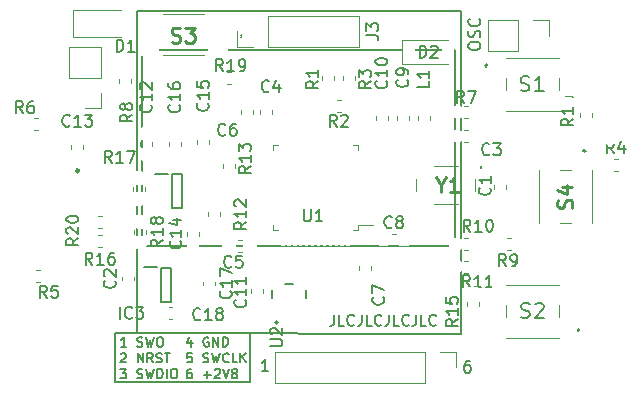
<source format=gto>
G04 #@! TF.GenerationSoftware,KiCad,Pcbnew,(5.1.6-0-10_14)*
G04 #@! TF.CreationDate,2021-10-17T11:27:40-07:00*
G04 #@! TF.ProjectId,TimTime,54696d54-696d-4652-9e6b-696361645f70,rev?*
G04 #@! TF.SameCoordinates,Original*
G04 #@! TF.FileFunction,Legend,Top*
G04 #@! TF.FilePolarity,Positive*
%FSLAX46Y46*%
G04 Gerber Fmt 4.6, Leading zero omitted, Abs format (unit mm)*
G04 Created by KiCad (PCBNEW (5.1.6-0-10_14)) date 2021-10-17 11:27:40*
%MOMM*%
%LPD*%
G01*
G04 APERTURE LIST*
%ADD10C,0.140000*%
%ADD11C,0.153000*%
%ADD12C,0.150000*%
%ADD13C,0.200000*%
%ADD14C,0.100000*%
%ADD15C,0.120000*%
%ADD16C,0.254000*%
%ADD17C,0.127000*%
%ADD18C,0.160000*%
%ADD19R,1.800000X3.800000*%
%ADD20O,1.408000X2.716000*%
%ADD21O,2.716000X1.408000*%
%ADD22C,1.300000*%
%ADD23R,1.000000X1.300000*%
%ADD24R,0.900000X0.400000*%
%ADD25R,1.850000X2.580000*%
%ADD26R,1.150000X0.650000*%
%ADD27C,0.750000*%
%ADD28O,2.316000X1.208000*%
%ADD29R,1.800000X1.800000*%
%ADD30O,1.800000X1.800000*%
%ADD31R,1.650000X1.100000*%
%ADD32R,0.690000X1.310000*%
%ADD33R,1.300000X1.100000*%
%ADD34R,1.100000X1.650000*%
%ADD35C,6.500000*%
%ADD36C,0.900000*%
G04 APERTURE END LIST*
D10*
X140749857Y-115204142D02*
X140749857Y-115847000D01*
X140707000Y-115975571D01*
X140621285Y-116061285D01*
X140492714Y-116104142D01*
X140407000Y-116104142D01*
X141607000Y-116104142D02*
X141178428Y-116104142D01*
X141178428Y-115204142D01*
X142421285Y-116018428D02*
X142378428Y-116061285D01*
X142249857Y-116104142D01*
X142164142Y-116104142D01*
X142035571Y-116061285D01*
X141949857Y-115975571D01*
X141907000Y-115889857D01*
X141864142Y-115718428D01*
X141864142Y-115589857D01*
X141907000Y-115418428D01*
X141949857Y-115332714D01*
X142035571Y-115247000D01*
X142164142Y-115204142D01*
X142249857Y-115204142D01*
X142378428Y-115247000D01*
X142421285Y-115289857D01*
X143064142Y-115204142D02*
X143064142Y-115847000D01*
X143021285Y-115975571D01*
X142935571Y-116061285D01*
X142807000Y-116104142D01*
X142721285Y-116104142D01*
X143921285Y-116104142D02*
X143492714Y-116104142D01*
X143492714Y-115204142D01*
X144735571Y-116018428D02*
X144692714Y-116061285D01*
X144564142Y-116104142D01*
X144478428Y-116104142D01*
X144349857Y-116061285D01*
X144264142Y-115975571D01*
X144221285Y-115889857D01*
X144178428Y-115718428D01*
X144178428Y-115589857D01*
X144221285Y-115418428D01*
X144264142Y-115332714D01*
X144349857Y-115247000D01*
X144478428Y-115204142D01*
X144564142Y-115204142D01*
X144692714Y-115247000D01*
X144735571Y-115289857D01*
X145378428Y-115204142D02*
X145378428Y-115847000D01*
X145335571Y-115975571D01*
X145249857Y-116061285D01*
X145121285Y-116104142D01*
X145035571Y-116104142D01*
X146235571Y-116104142D02*
X145807000Y-116104142D01*
X145807000Y-115204142D01*
X147049857Y-116018428D02*
X147007000Y-116061285D01*
X146878428Y-116104142D01*
X146792714Y-116104142D01*
X146664142Y-116061285D01*
X146578428Y-115975571D01*
X146535571Y-115889857D01*
X146492714Y-115718428D01*
X146492714Y-115589857D01*
X146535571Y-115418428D01*
X146578428Y-115332714D01*
X146664142Y-115247000D01*
X146792714Y-115204142D01*
X146878428Y-115204142D01*
X147007000Y-115247000D01*
X147049857Y-115289857D01*
X147692714Y-115204142D02*
X147692714Y-115847000D01*
X147649857Y-115975571D01*
X147564142Y-116061285D01*
X147435571Y-116104142D01*
X147349857Y-116104142D01*
X148549857Y-116104142D02*
X148121285Y-116104142D01*
X148121285Y-115204142D01*
X149364142Y-116018428D02*
X149321285Y-116061285D01*
X149192714Y-116104142D01*
X149107000Y-116104142D01*
X148978428Y-116061285D01*
X148892714Y-115975571D01*
X148849857Y-115889857D01*
X148807000Y-115718428D01*
X148807000Y-115589857D01*
X148849857Y-115418428D01*
X148892714Y-115332714D01*
X148978428Y-115247000D01*
X149107000Y-115204142D01*
X149192714Y-115204142D01*
X149321285Y-115247000D01*
X149364142Y-115289857D01*
D11*
X124500000Y-92781000D02*
X150940000Y-92769000D01*
X124500000Y-109381000D02*
X124500000Y-92781000D01*
X150940000Y-109406000D02*
X124500000Y-109381000D01*
X150940000Y-92769000D02*
X150940000Y-109406000D01*
X124078000Y-89486000D02*
X124079000Y-116713000D01*
X151478000Y-89486000D02*
X124078000Y-89486000D01*
X151478000Y-116786000D02*
X151478000Y-89486000D01*
X124079000Y-116713000D02*
X151478000Y-116786000D01*
X122174000Y-120904000D02*
X122174000Y-116713000D01*
X133604000Y-120904000D02*
X122174000Y-120904000D01*
X133604000Y-116713000D02*
X133604000Y-120904000D01*
X122174000Y-116713000D02*
X133604000Y-116713000D01*
D12*
X152106380Y-92511428D02*
X152106380Y-92320952D01*
X152154000Y-92225714D01*
X152249238Y-92130476D01*
X152439714Y-92082857D01*
X152773047Y-92082857D01*
X152963523Y-92130476D01*
X153058761Y-92225714D01*
X153106380Y-92320952D01*
X153106380Y-92511428D01*
X153058761Y-92606666D01*
X152963523Y-92701904D01*
X152773047Y-92749523D01*
X152439714Y-92749523D01*
X152249238Y-92701904D01*
X152154000Y-92606666D01*
X152106380Y-92511428D01*
X153058761Y-91701904D02*
X153106380Y-91559047D01*
X153106380Y-91320952D01*
X153058761Y-91225714D01*
X153011142Y-91178095D01*
X152915904Y-91130476D01*
X152820666Y-91130476D01*
X152725428Y-91178095D01*
X152677809Y-91225714D01*
X152630190Y-91320952D01*
X152582571Y-91511428D01*
X152534952Y-91606666D01*
X152487333Y-91654285D01*
X152392095Y-91701904D01*
X152296857Y-91701904D01*
X152201619Y-91654285D01*
X152154000Y-91606666D01*
X152106380Y-91511428D01*
X152106380Y-91273333D01*
X152154000Y-91130476D01*
X153011142Y-90130476D02*
X153058761Y-90178095D01*
X153106380Y-90320952D01*
X153106380Y-90416190D01*
X153058761Y-90559047D01*
X152963523Y-90654285D01*
X152868285Y-90701904D01*
X152677809Y-90749523D01*
X152534952Y-90749523D01*
X152344476Y-90701904D01*
X152249238Y-90654285D01*
X152154000Y-90559047D01*
X152106380Y-90416190D01*
X152106380Y-90320952D01*
X152154000Y-90178095D01*
X152201619Y-90130476D01*
X152209476Y-119086380D02*
X152019000Y-119086380D01*
X151923761Y-119134000D01*
X151876142Y-119181619D01*
X151780904Y-119324476D01*
X151733285Y-119514952D01*
X151733285Y-119895904D01*
X151780904Y-119991142D01*
X151828523Y-120038761D01*
X151923761Y-120086380D01*
X152114238Y-120086380D01*
X152209476Y-120038761D01*
X152257095Y-119991142D01*
X152304714Y-119895904D01*
X152304714Y-119657809D01*
X152257095Y-119562571D01*
X152209476Y-119514952D01*
X152114238Y-119467333D01*
X151923761Y-119467333D01*
X151828523Y-119514952D01*
X151780904Y-119562571D01*
X151733285Y-119657809D01*
X135159714Y-119959380D02*
X134588285Y-119959380D01*
X134874000Y-119959380D02*
X134874000Y-118959380D01*
X134778761Y-119102238D01*
X134683523Y-119197476D01*
X134588285Y-119245095D01*
D11*
X128648783Y-117347571D02*
X128648783Y-117880904D01*
X128458307Y-117042809D02*
X128267830Y-117614238D01*
X128763069Y-117614238D01*
X130096402Y-117119000D02*
X130020211Y-117080904D01*
X129905926Y-117080904D01*
X129791640Y-117119000D01*
X129715450Y-117195190D01*
X129677354Y-117271380D01*
X129639259Y-117423761D01*
X129639259Y-117538047D01*
X129677354Y-117690428D01*
X129715450Y-117766619D01*
X129791640Y-117842809D01*
X129905926Y-117880904D01*
X129982116Y-117880904D01*
X130096402Y-117842809D01*
X130134497Y-117804714D01*
X130134497Y-117538047D01*
X129982116Y-117538047D01*
X130477354Y-117880904D02*
X130477354Y-117080904D01*
X130934497Y-117880904D01*
X130934497Y-117080904D01*
X131315450Y-117880904D02*
X131315450Y-117080904D01*
X131505926Y-117080904D01*
X131620211Y-117119000D01*
X131696402Y-117195190D01*
X131734497Y-117271380D01*
X131772592Y-117423761D01*
X131772592Y-117538047D01*
X131734497Y-117690428D01*
X131696402Y-117766619D01*
X131620211Y-117842809D01*
X131505926Y-117880904D01*
X131315450Y-117880904D01*
X128686878Y-118433904D02*
X128305926Y-118433904D01*
X128267830Y-118814857D01*
X128305926Y-118776761D01*
X128382116Y-118738666D01*
X128572592Y-118738666D01*
X128648783Y-118776761D01*
X128686878Y-118814857D01*
X128724973Y-118891047D01*
X128724973Y-119081523D01*
X128686878Y-119157714D01*
X128648783Y-119195809D01*
X128572592Y-119233904D01*
X128382116Y-119233904D01*
X128305926Y-119195809D01*
X128267830Y-119157714D01*
X129639259Y-119195809D02*
X129753545Y-119233904D01*
X129944021Y-119233904D01*
X130020211Y-119195809D01*
X130058307Y-119157714D01*
X130096402Y-119081523D01*
X130096402Y-119005333D01*
X130058307Y-118929142D01*
X130020211Y-118891047D01*
X129944021Y-118852952D01*
X129791640Y-118814857D01*
X129715450Y-118776761D01*
X129677354Y-118738666D01*
X129639259Y-118662476D01*
X129639259Y-118586285D01*
X129677354Y-118510095D01*
X129715450Y-118472000D01*
X129791640Y-118433904D01*
X129982116Y-118433904D01*
X130096402Y-118472000D01*
X130363069Y-118433904D02*
X130553545Y-119233904D01*
X130705926Y-118662476D01*
X130858307Y-119233904D01*
X131048783Y-118433904D01*
X131810688Y-119157714D02*
X131772592Y-119195809D01*
X131658307Y-119233904D01*
X131582116Y-119233904D01*
X131467830Y-119195809D01*
X131391640Y-119119619D01*
X131353545Y-119043428D01*
X131315450Y-118891047D01*
X131315450Y-118776761D01*
X131353545Y-118624380D01*
X131391640Y-118548190D01*
X131467830Y-118472000D01*
X131582116Y-118433904D01*
X131658307Y-118433904D01*
X131772592Y-118472000D01*
X131810688Y-118510095D01*
X132534497Y-119233904D02*
X132153545Y-119233904D01*
X132153545Y-118433904D01*
X132801164Y-119233904D02*
X132801164Y-118433904D01*
X133258307Y-119233904D02*
X132915450Y-118776761D01*
X133258307Y-118433904D02*
X132801164Y-118891047D01*
X128648783Y-119786904D02*
X128496402Y-119786904D01*
X128420211Y-119825000D01*
X128382116Y-119863095D01*
X128305926Y-119977380D01*
X128267830Y-120129761D01*
X128267830Y-120434523D01*
X128305926Y-120510714D01*
X128344021Y-120548809D01*
X128420211Y-120586904D01*
X128572592Y-120586904D01*
X128648783Y-120548809D01*
X128686878Y-120510714D01*
X128724973Y-120434523D01*
X128724973Y-120244047D01*
X128686878Y-120167857D01*
X128648783Y-120129761D01*
X128572592Y-120091666D01*
X128420211Y-120091666D01*
X128344021Y-120129761D01*
X128305926Y-120167857D01*
X128267830Y-120244047D01*
X129677354Y-120282142D02*
X130286878Y-120282142D01*
X129982116Y-120586904D02*
X129982116Y-119977380D01*
X130629735Y-119863095D02*
X130667830Y-119825000D01*
X130744021Y-119786904D01*
X130934497Y-119786904D01*
X131010688Y-119825000D01*
X131048783Y-119863095D01*
X131086878Y-119939285D01*
X131086878Y-120015476D01*
X131048783Y-120129761D01*
X130591640Y-120586904D01*
X131086878Y-120586904D01*
X131315450Y-119786904D02*
X131582116Y-120586904D01*
X131848783Y-119786904D01*
X132229735Y-120129761D02*
X132153545Y-120091666D01*
X132115450Y-120053571D01*
X132077354Y-119977380D01*
X132077354Y-119939285D01*
X132115450Y-119863095D01*
X132153545Y-119825000D01*
X132229735Y-119786904D01*
X132382116Y-119786904D01*
X132458307Y-119825000D01*
X132496402Y-119863095D01*
X132534497Y-119939285D01*
X132534497Y-119977380D01*
X132496402Y-120053571D01*
X132458307Y-120091666D01*
X132382116Y-120129761D01*
X132229735Y-120129761D01*
X132153545Y-120167857D01*
X132115450Y-120205952D01*
X132077354Y-120282142D01*
X132077354Y-120434523D01*
X132115450Y-120510714D01*
X132153545Y-120548809D01*
X132229735Y-120586904D01*
X132382116Y-120586904D01*
X132458307Y-120548809D01*
X132496402Y-120510714D01*
X132534497Y-120434523D01*
X132534497Y-120282142D01*
X132496402Y-120205952D01*
X132458307Y-120167857D01*
X132382116Y-120129761D01*
X123136973Y-117880904D02*
X122679830Y-117880904D01*
X122908402Y-117880904D02*
X122908402Y-117080904D01*
X122832211Y-117195190D01*
X122756021Y-117271380D01*
X122679830Y-117309476D01*
X124051259Y-117842809D02*
X124165545Y-117880904D01*
X124356021Y-117880904D01*
X124432211Y-117842809D01*
X124470307Y-117804714D01*
X124508402Y-117728523D01*
X124508402Y-117652333D01*
X124470307Y-117576142D01*
X124432211Y-117538047D01*
X124356021Y-117499952D01*
X124203640Y-117461857D01*
X124127450Y-117423761D01*
X124089354Y-117385666D01*
X124051259Y-117309476D01*
X124051259Y-117233285D01*
X124089354Y-117157095D01*
X124127450Y-117119000D01*
X124203640Y-117080904D01*
X124394116Y-117080904D01*
X124508402Y-117119000D01*
X124775069Y-117080904D02*
X124965545Y-117880904D01*
X125117926Y-117309476D01*
X125270307Y-117880904D01*
X125460783Y-117080904D01*
X125917926Y-117080904D02*
X126070307Y-117080904D01*
X126146497Y-117119000D01*
X126222688Y-117195190D01*
X126260783Y-117347571D01*
X126260783Y-117614238D01*
X126222688Y-117766619D01*
X126146497Y-117842809D01*
X126070307Y-117880904D01*
X125917926Y-117880904D01*
X125841735Y-117842809D01*
X125765545Y-117766619D01*
X125727450Y-117614238D01*
X125727450Y-117347571D01*
X125765545Y-117195190D01*
X125841735Y-117119000D01*
X125917926Y-117080904D01*
X122679830Y-118510095D02*
X122717926Y-118472000D01*
X122794116Y-118433904D01*
X122984592Y-118433904D01*
X123060783Y-118472000D01*
X123098878Y-118510095D01*
X123136973Y-118586285D01*
X123136973Y-118662476D01*
X123098878Y-118776761D01*
X122641735Y-119233904D01*
X123136973Y-119233904D01*
X124089354Y-119233904D02*
X124089354Y-118433904D01*
X124546497Y-119233904D01*
X124546497Y-118433904D01*
X125384592Y-119233904D02*
X125117926Y-118852952D01*
X124927450Y-119233904D02*
X124927450Y-118433904D01*
X125232211Y-118433904D01*
X125308402Y-118472000D01*
X125346497Y-118510095D01*
X125384592Y-118586285D01*
X125384592Y-118700571D01*
X125346497Y-118776761D01*
X125308402Y-118814857D01*
X125232211Y-118852952D01*
X124927450Y-118852952D01*
X125689354Y-119195809D02*
X125803640Y-119233904D01*
X125994116Y-119233904D01*
X126070307Y-119195809D01*
X126108402Y-119157714D01*
X126146497Y-119081523D01*
X126146497Y-119005333D01*
X126108402Y-118929142D01*
X126070307Y-118891047D01*
X125994116Y-118852952D01*
X125841735Y-118814857D01*
X125765545Y-118776761D01*
X125727450Y-118738666D01*
X125689354Y-118662476D01*
X125689354Y-118586285D01*
X125727450Y-118510095D01*
X125765545Y-118472000D01*
X125841735Y-118433904D01*
X126032211Y-118433904D01*
X126146497Y-118472000D01*
X126375069Y-118433904D02*
X126832211Y-118433904D01*
X126603640Y-119233904D02*
X126603640Y-118433904D01*
X122641735Y-119786904D02*
X123136973Y-119786904D01*
X122870307Y-120091666D01*
X122984592Y-120091666D01*
X123060783Y-120129761D01*
X123098878Y-120167857D01*
X123136973Y-120244047D01*
X123136973Y-120434523D01*
X123098878Y-120510714D01*
X123060783Y-120548809D01*
X122984592Y-120586904D01*
X122756021Y-120586904D01*
X122679830Y-120548809D01*
X122641735Y-120510714D01*
X124051259Y-120548809D02*
X124165545Y-120586904D01*
X124356021Y-120586904D01*
X124432211Y-120548809D01*
X124470307Y-120510714D01*
X124508402Y-120434523D01*
X124508402Y-120358333D01*
X124470307Y-120282142D01*
X124432211Y-120244047D01*
X124356021Y-120205952D01*
X124203640Y-120167857D01*
X124127450Y-120129761D01*
X124089354Y-120091666D01*
X124051259Y-120015476D01*
X124051259Y-119939285D01*
X124089354Y-119863095D01*
X124127450Y-119825000D01*
X124203640Y-119786904D01*
X124394116Y-119786904D01*
X124508402Y-119825000D01*
X124775069Y-119786904D02*
X124965545Y-120586904D01*
X125117926Y-120015476D01*
X125270307Y-120586904D01*
X125460783Y-119786904D01*
X125765545Y-120586904D02*
X125765545Y-119786904D01*
X125956021Y-119786904D01*
X126070307Y-119825000D01*
X126146497Y-119901190D01*
X126184592Y-119977380D01*
X126222688Y-120129761D01*
X126222688Y-120244047D01*
X126184592Y-120396428D01*
X126146497Y-120472619D01*
X126070307Y-120548809D01*
X125956021Y-120586904D01*
X125765545Y-120586904D01*
X126565545Y-120586904D02*
X126565545Y-119786904D01*
X127098878Y-119786904D02*
X127251259Y-119786904D01*
X127327450Y-119825000D01*
X127403640Y-119901190D01*
X127441735Y-120053571D01*
X127441735Y-120320238D01*
X127403640Y-120472619D01*
X127327450Y-120548809D01*
X127251259Y-120586904D01*
X127098878Y-120586904D01*
X127022688Y-120548809D01*
X126946497Y-120472619D01*
X126908402Y-120320238D01*
X126908402Y-120053571D01*
X126946497Y-119901190D01*
X127022688Y-119825000D01*
X127098878Y-119786904D01*
D13*
G04 #@! TO.C,S3*
X132887000Y-91540000D02*
X132887000Y-91540000D01*
X132887000Y-91640000D02*
X132887000Y-91640000D01*
X132887000Y-91540000D02*
X132887000Y-91540000D01*
D14*
X126487000Y-89690000D02*
X126487000Y-89690000D01*
X126237000Y-89690000D02*
X126487000Y-89690000D01*
X126237000Y-89690000D02*
X126237000Y-89690000D01*
X126487000Y-89690000D02*
X126237000Y-89690000D01*
X129487000Y-89690000D02*
X126512000Y-89690000D01*
X129737000Y-89690000D02*
X129737000Y-89690000D01*
X129462000Y-89690000D02*
X129737000Y-89690000D01*
X129462000Y-89690000D02*
X129462000Y-89690000D01*
X129737000Y-89690000D02*
X129462000Y-89690000D01*
X129737000Y-93190000D02*
X129737000Y-93190000D01*
X126237000Y-93190000D02*
X129737000Y-93190000D01*
X126237000Y-93190000D02*
X126237000Y-93190000D01*
X129737000Y-93190000D02*
X126237000Y-93190000D01*
D13*
X132887000Y-91640000D02*
G75*
G02*
X132887000Y-91540000I0J50000D01*
G01*
X132887000Y-91540000D02*
G75*
G02*
X132887000Y-91640000I0J-50000D01*
G01*
X132887000Y-91640000D02*
G75*
G02*
X132887000Y-91540000I0J50000D01*
G01*
D15*
G04 #@! TO.C,D2*
X146467000Y-91964000D02*
X146467000Y-93964000D01*
X146467000Y-93964000D02*
X150367000Y-93964000D01*
X146467000Y-91964000D02*
X150367000Y-91964000D01*
G04 #@! TO.C,C1*
X155323000Y-104579267D02*
X155323000Y-104236733D01*
X154303000Y-104579267D02*
X154303000Y-104236733D01*
G04 #@! TO.C,C3*
X152049267Y-100586000D02*
X151706733Y-100586000D01*
X152049267Y-99566000D02*
X151706733Y-99566000D01*
G04 #@! TO.C,C4*
X134440200Y-98201267D02*
X134440200Y-97858733D01*
X135460200Y-98201267D02*
X135460200Y-97858733D01*
G04 #@! TO.C,C5*
X132900267Y-108837000D02*
X132557733Y-108837000D01*
X132900267Y-109857000D02*
X132557733Y-109857000D01*
G04 #@! TO.C,C6*
X132840000Y-98201267D02*
X132840000Y-97858733D01*
X133860000Y-98201267D02*
X133860000Y-97858733D01*
G04 #@! TO.C,C7*
X142873000Y-111066733D02*
X142873000Y-111409267D01*
X143893000Y-111066733D02*
X143893000Y-111409267D01*
G04 #@! TO.C,C8*
X145610733Y-108329000D02*
X145953267Y-108329000D01*
X145610733Y-109349000D02*
X145953267Y-109349000D01*
G04 #@! TO.C,C9*
X147054000Y-98723267D02*
X147054000Y-98380733D01*
X146034000Y-98723267D02*
X146034000Y-98380733D01*
G04 #@! TO.C,C10*
X144270000Y-98737267D02*
X144270000Y-98394733D01*
X145290000Y-98737267D02*
X145290000Y-98394733D01*
G04 #@! TO.C,C11*
X133729000Y-112999733D02*
X133729000Y-113342267D01*
X134749000Y-112999733D02*
X134749000Y-113342267D01*
G04 #@! TO.C,C12*
X125351000Y-100896267D02*
X125351000Y-100553733D01*
X124331000Y-100896267D02*
X124331000Y-100553733D01*
G04 #@! TO.C,C13*
X118489000Y-101150267D02*
X118489000Y-100807733D01*
X119509000Y-101150267D02*
X119509000Y-100807733D01*
G04 #@! TO.C,C14*
X129288000Y-108488267D02*
X129288000Y-108145733D01*
X128268000Y-108488267D02*
X128268000Y-108145733D01*
G04 #@! TO.C,C15*
X129157000Y-100769267D02*
X129157000Y-100426733D01*
X130177000Y-100769267D02*
X130177000Y-100426733D01*
G04 #@! TO.C,C16*
X127764000Y-100868267D02*
X127764000Y-100525733D01*
X126744000Y-100868267D02*
X126744000Y-100525733D01*
G04 #@! TO.C,D1*
X122721500Y-89416000D02*
X118661500Y-89416000D01*
X118661500Y-89416000D02*
X118661500Y-91686000D01*
X118661500Y-91686000D02*
X122721500Y-91686000D01*
D16*
G04 #@! TO.C,IC1*
X119129000Y-102998000D02*
G75*
G03*
X119129000Y-102998000I-125000J0D01*
G01*
D13*
G04 #@! TO.C,IC2*
X126986000Y-103259000D02*
X127836000Y-103259000D01*
X127836000Y-103259000D02*
X127836000Y-106159000D01*
X127836000Y-106159000D02*
X126986000Y-106159000D01*
X126986000Y-106159000D02*
X126986000Y-103259000D01*
X125586000Y-103234000D02*
X126636000Y-103234000D01*
D15*
G04 #@! TO.C,J3*
X142808000Y-92516000D02*
X142808000Y-89856000D01*
X135128000Y-92516000D02*
X142808000Y-92516000D01*
X135128000Y-89856000D02*
X142808000Y-89856000D01*
X135128000Y-92516000D02*
X135128000Y-89856000D01*
X133858000Y-92516000D02*
X132528000Y-92516000D01*
X132528000Y-92516000D02*
X132528000Y-91186000D01*
G04 #@! TO.C,J4*
X135703000Y-118304000D02*
X135703000Y-120964000D01*
X148463000Y-118304000D02*
X135703000Y-118304000D01*
X148463000Y-120964000D02*
X135703000Y-120964000D01*
X148463000Y-118304000D02*
X148463000Y-120964000D01*
X149733000Y-118304000D02*
X151063000Y-118304000D01*
X151063000Y-118304000D02*
X151063000Y-119634000D01*
G04 #@! TO.C,J5*
X120964000Y-92523000D02*
X118304000Y-92523000D01*
X120964000Y-95123000D02*
X120964000Y-92523000D01*
X118304000Y-95123000D02*
X118304000Y-92523000D01*
X120964000Y-95123000D02*
X118304000Y-95123000D01*
X120964000Y-96393000D02*
X120964000Y-97723000D01*
X120964000Y-97723000D02*
X119634000Y-97723000D01*
G04 #@! TO.C,J6*
X158937000Y-90237000D02*
X158937000Y-91567000D01*
X157607000Y-90237000D02*
X158937000Y-90237000D01*
X156337000Y-90237000D02*
X156337000Y-92897000D01*
X156337000Y-92897000D02*
X153737000Y-92897000D01*
X156337000Y-90237000D02*
X153737000Y-90237000D01*
X153737000Y-90237000D02*
X153737000Y-92897000D01*
G04 #@! TO.C,L1*
X147826000Y-98737267D02*
X147826000Y-98394733D01*
X148846000Y-98737267D02*
X148846000Y-98394733D01*
G04 #@! TO.C,R1*
X140732000Y-94965733D02*
X140732000Y-95308267D01*
X139712000Y-94965733D02*
X139712000Y-95308267D01*
G04 #@! TO.C,R2*
X140939733Y-98046000D02*
X141282267Y-98046000D01*
X140939733Y-97026000D02*
X141282267Y-97026000D01*
G04 #@! TO.C,R3*
X142496000Y-95308267D02*
X142496000Y-94965733D01*
X141476000Y-95308267D02*
X141476000Y-94965733D01*
G04 #@! TO.C,R5*
X115854267Y-112397000D02*
X115511733Y-112397000D01*
X115854267Y-111377000D02*
X115511733Y-111377000D01*
G04 #@! TO.C,R6*
X115285733Y-99570000D02*
X115628267Y-99570000D01*
X115285733Y-98550000D02*
X115628267Y-98550000D01*
G04 #@! TO.C,R7*
X152077267Y-98554000D02*
X151734733Y-98554000D01*
X152077267Y-97534000D02*
X151734733Y-97534000D01*
G04 #@! TO.C,R8*
X123573000Y-95219733D02*
X123573000Y-95562267D01*
X122553000Y-95219733D02*
X122553000Y-95562267D01*
G04 #@! TO.C,R9*
X155389733Y-108710000D02*
X155732267Y-108710000D01*
X155389733Y-109730000D02*
X155732267Y-109730000D01*
G04 #@! TO.C,R10*
X152049267Y-108710000D02*
X151706733Y-108710000D01*
X152049267Y-109730000D02*
X151706733Y-109730000D01*
G04 #@! TO.C,R11*
X151706733Y-110615000D02*
X152049267Y-110615000D01*
X151706733Y-111635000D02*
X152049267Y-111635000D01*
G04 #@! TO.C,R12*
X131066000Y-106865267D02*
X131066000Y-106522733D01*
X130046000Y-106865267D02*
X130046000Y-106522733D01*
G04 #@! TO.C,R13*
X132336000Y-102430733D02*
X132336000Y-102773267D01*
X131316000Y-102430733D02*
X131316000Y-102773267D01*
G04 #@! TO.C,R14*
X162562000Y-98140733D02*
X162562000Y-98483267D01*
X161542000Y-98140733D02*
X161542000Y-98483267D01*
G04 #@! TO.C,R15*
X152017000Y-114114733D02*
X152017000Y-114457267D01*
X153037000Y-114114733D02*
X153037000Y-114457267D01*
G04 #@! TO.C,R16*
X121061267Y-107825000D02*
X120718733Y-107825000D01*
X121061267Y-106805000D02*
X120718733Y-106805000D01*
G04 #@! TO.C,R17*
X123696000Y-104335733D02*
X123696000Y-104678267D01*
X124716000Y-104335733D02*
X124716000Y-104678267D01*
G04 #@! TO.C,R18*
X123823000Y-108018733D02*
X123823000Y-108361267D01*
X124843000Y-108018733D02*
X124843000Y-108361267D01*
G04 #@! TO.C,R19*
X132011267Y-95633000D02*
X131668733Y-95633000D01*
X132011267Y-94613000D02*
X131668733Y-94613000D01*
D14*
G04 #@! TO.C,S1*
X155272000Y-97932000D02*
X159772000Y-97932000D01*
X155272000Y-93432000D02*
X159772000Y-93432000D01*
X155272000Y-96182000D02*
X155272000Y-95182000D01*
X159772000Y-96182000D02*
X159772000Y-95182000D01*
D13*
X153622000Y-93982000D02*
X153622000Y-93982000D01*
X153622000Y-94182000D02*
X153622000Y-94182000D01*
X153622000Y-93982000D02*
G75*
G02*
X153622000Y-94182000I0J-100000D01*
G01*
X153622000Y-94182000D02*
G75*
G02*
X153622000Y-93982000I0J100000D01*
G01*
G04 #@! TO.C,S2*
X161422000Y-116384000D02*
X161422000Y-116384000D01*
X161422000Y-116584000D02*
X161422000Y-116584000D01*
D14*
X155272000Y-114384000D02*
X155272000Y-115384000D01*
X159772000Y-114384000D02*
X159772000Y-115384000D01*
X159772000Y-117134000D02*
X155272000Y-117134000D01*
X159772000Y-112634000D02*
X155272000Y-112634000D01*
D13*
X161422000Y-116384000D02*
G75*
G02*
X161422000Y-116584000I0J-100000D01*
G01*
X161422000Y-116584000D02*
G75*
G02*
X161422000Y-116384000I0J100000D01*
G01*
D15*
G04 #@! TO.C,U1*
X136003500Y-100812500D02*
X135553500Y-100812500D01*
X135553500Y-100812500D02*
X135553500Y-101262500D01*
X142323500Y-100812500D02*
X142773500Y-100812500D01*
X142773500Y-100812500D02*
X142773500Y-101262500D01*
X136003500Y-108032500D02*
X135553500Y-108032500D01*
X135553500Y-108032500D02*
X135553500Y-107582500D01*
X142323500Y-108032500D02*
X142773500Y-108032500D01*
X142773500Y-108032500D02*
X142773500Y-107582500D01*
X142773500Y-107582500D02*
X144063500Y-107582500D01*
D13*
G04 #@! TO.C,U2*
X135956000Y-115836000D02*
G75*
G03*
X135956000Y-115836000I-100000J0D01*
G01*
D17*
X135456000Y-113756000D02*
X135456000Y-113096000D01*
X136571000Y-112626000D02*
X137241000Y-112626000D01*
X138356000Y-113096000D02*
X138356000Y-113756000D01*
D13*
G04 #@! TO.C,Y1*
X153193000Y-102637000D02*
X153193000Y-102637000D01*
X153193000Y-102737000D02*
X153193000Y-102737000D01*
D14*
X147693000Y-104737000D02*
X147693000Y-103737000D01*
X151193000Y-102637000D02*
X149193000Y-102637000D01*
X152693000Y-104737000D02*
X152693000Y-103737000D01*
X151193000Y-105837000D02*
X149193000Y-105837000D01*
D13*
X153193000Y-102637000D02*
G75*
G02*
X153193000Y-102737000I0J-50000D01*
G01*
X153193000Y-102737000D02*
G75*
G02*
X153193000Y-102637000I0J50000D01*
G01*
D15*
G04 #@! TO.C,R20*
X120746733Y-109476000D02*
X121089267Y-109476000D01*
X120746733Y-108456000D02*
X121089267Y-108456000D01*
D13*
G04 #@! TO.C,IC3*
X124667000Y-111174000D02*
X125717000Y-111174000D01*
X126067000Y-114099000D02*
X126067000Y-111199000D01*
X126917000Y-114099000D02*
X126067000Y-114099000D01*
X126917000Y-111199000D02*
X126917000Y-114099000D01*
X126067000Y-111199000D02*
X126917000Y-111199000D01*
D15*
G04 #@! TO.C,C2*
X123827000Y-111994733D02*
X123827000Y-112287267D01*
X122807000Y-111994733D02*
X122807000Y-112287267D01*
G04 #@! TO.C,C17*
X129665000Y-112402233D02*
X129665000Y-112694767D01*
X130685000Y-112402233D02*
X130685000Y-112694767D01*
G04 #@! TO.C,C18*
X126753233Y-114552000D02*
X127045767Y-114552000D01*
X126753233Y-115572000D02*
X127045767Y-115572000D01*
G04 #@! TO.C,R4*
X164406733Y-101979000D02*
X164749267Y-101979000D01*
X164406733Y-102999000D02*
X164749267Y-102999000D01*
D13*
G04 #@! TO.C,S4*
X161825000Y-101298000D02*
X161825000Y-101298000D01*
X162025000Y-101298000D02*
X162025000Y-101298000D01*
D14*
X159825000Y-107448000D02*
X160825000Y-107448000D01*
X159825000Y-102948000D02*
X160825000Y-102948000D01*
X162575000Y-102948000D02*
X162575000Y-107448000D01*
X158075000Y-102948000D02*
X158075000Y-107448000D01*
D13*
X161825000Y-101298000D02*
G75*
G02*
X162025000Y-101298000I100000J0D01*
G01*
X162025000Y-101298000D02*
G75*
G02*
X161825000Y-101298000I-100000J0D01*
G01*
G04 #@! TO.C,S3*
D16*
X126990380Y-92081047D02*
X127171809Y-92141523D01*
X127474190Y-92141523D01*
X127595142Y-92081047D01*
X127655619Y-92020571D01*
X127716095Y-91899619D01*
X127716095Y-91778666D01*
X127655619Y-91657714D01*
X127595142Y-91597238D01*
X127474190Y-91536761D01*
X127232285Y-91476285D01*
X127111333Y-91415809D01*
X127050857Y-91355333D01*
X126990380Y-91234380D01*
X126990380Y-91113428D01*
X127050857Y-90992476D01*
X127111333Y-90932000D01*
X127232285Y-90871523D01*
X127534666Y-90871523D01*
X127716095Y-90932000D01*
X128139428Y-90871523D02*
X128925619Y-90871523D01*
X128502285Y-91355333D01*
X128683714Y-91355333D01*
X128804666Y-91415809D01*
X128865142Y-91476285D01*
X128925619Y-91597238D01*
X128925619Y-91899619D01*
X128865142Y-92020571D01*
X128804666Y-92081047D01*
X128683714Y-92141523D01*
X128320857Y-92141523D01*
X128199904Y-92081047D01*
X128139428Y-92020571D01*
G04 #@! TO.C,D2*
D12*
X147978904Y-93416380D02*
X147978904Y-92416380D01*
X148217000Y-92416380D01*
X148359857Y-92464000D01*
X148455095Y-92559238D01*
X148502714Y-92654476D01*
X148550333Y-92844952D01*
X148550333Y-92987809D01*
X148502714Y-93178285D01*
X148455095Y-93273523D01*
X148359857Y-93368761D01*
X148217000Y-93416380D01*
X147978904Y-93416380D01*
X148931285Y-92511619D02*
X148978904Y-92464000D01*
X149074142Y-92416380D01*
X149312238Y-92416380D01*
X149407476Y-92464000D01*
X149455095Y-92511619D01*
X149502714Y-92606857D01*
X149502714Y-92702095D01*
X149455095Y-92844952D01*
X148883666Y-93416380D01*
X149502714Y-93416380D01*
G04 #@! TO.C,C1*
X153900142Y-104433666D02*
X153947761Y-104481285D01*
X153995380Y-104624142D01*
X153995380Y-104719380D01*
X153947761Y-104862238D01*
X153852523Y-104957476D01*
X153757285Y-105005095D01*
X153566809Y-105052714D01*
X153423952Y-105052714D01*
X153233476Y-105005095D01*
X153138238Y-104957476D01*
X153043000Y-104862238D01*
X152995380Y-104719380D01*
X152995380Y-104624142D01*
X153043000Y-104481285D01*
X153090619Y-104433666D01*
X153995380Y-103481285D02*
X153995380Y-104052714D01*
X153995380Y-103767000D02*
X152995380Y-103767000D01*
X153138238Y-103862238D01*
X153233476Y-103957476D01*
X153281095Y-104052714D01*
G04 #@! TO.C,C3*
X153884333Y-101576142D02*
X153836714Y-101623761D01*
X153693857Y-101671380D01*
X153598619Y-101671380D01*
X153455761Y-101623761D01*
X153360523Y-101528523D01*
X153312904Y-101433285D01*
X153265285Y-101242809D01*
X153265285Y-101099952D01*
X153312904Y-100909476D01*
X153360523Y-100814238D01*
X153455761Y-100719000D01*
X153598619Y-100671380D01*
X153693857Y-100671380D01*
X153836714Y-100719000D01*
X153884333Y-100766619D01*
X154217666Y-100671380D02*
X154836714Y-100671380D01*
X154503380Y-101052333D01*
X154646238Y-101052333D01*
X154741476Y-101099952D01*
X154789095Y-101147571D01*
X154836714Y-101242809D01*
X154836714Y-101480904D01*
X154789095Y-101576142D01*
X154741476Y-101623761D01*
X154646238Y-101671380D01*
X154360523Y-101671380D01*
X154265285Y-101623761D01*
X154217666Y-101576142D01*
G04 #@! TO.C,C4*
X135215333Y-96242142D02*
X135167714Y-96289761D01*
X135024857Y-96337380D01*
X134929619Y-96337380D01*
X134786761Y-96289761D01*
X134691523Y-96194523D01*
X134643904Y-96099285D01*
X134596285Y-95908809D01*
X134596285Y-95765952D01*
X134643904Y-95575476D01*
X134691523Y-95480238D01*
X134786761Y-95385000D01*
X134929619Y-95337380D01*
X135024857Y-95337380D01*
X135167714Y-95385000D01*
X135215333Y-95432619D01*
X136072476Y-95670714D02*
X136072476Y-96337380D01*
X135834380Y-95289761D02*
X135596285Y-96004047D01*
X136215333Y-96004047D01*
G04 #@! TO.C,C5*
X132040333Y-111101142D02*
X131992714Y-111148761D01*
X131849857Y-111196380D01*
X131754619Y-111196380D01*
X131611761Y-111148761D01*
X131516523Y-111053523D01*
X131468904Y-110958285D01*
X131421285Y-110767809D01*
X131421285Y-110624952D01*
X131468904Y-110434476D01*
X131516523Y-110339238D01*
X131611761Y-110244000D01*
X131754619Y-110196380D01*
X131849857Y-110196380D01*
X131992714Y-110244000D01*
X132040333Y-110291619D01*
X132945095Y-110196380D02*
X132468904Y-110196380D01*
X132421285Y-110672571D01*
X132468904Y-110624952D01*
X132564142Y-110577333D01*
X132802238Y-110577333D01*
X132897476Y-110624952D01*
X132945095Y-110672571D01*
X132992714Y-110767809D01*
X132992714Y-111005904D01*
X132945095Y-111101142D01*
X132897476Y-111148761D01*
X132802238Y-111196380D01*
X132564142Y-111196380D01*
X132468904Y-111148761D01*
X132421285Y-111101142D01*
G04 #@! TO.C,C6*
X131532333Y-99925142D02*
X131484714Y-99972761D01*
X131341857Y-100020380D01*
X131246619Y-100020380D01*
X131103761Y-99972761D01*
X131008523Y-99877523D01*
X130960904Y-99782285D01*
X130913285Y-99591809D01*
X130913285Y-99448952D01*
X130960904Y-99258476D01*
X131008523Y-99163238D01*
X131103761Y-99068000D01*
X131246619Y-99020380D01*
X131341857Y-99020380D01*
X131484714Y-99068000D01*
X131532333Y-99115619D01*
X132389476Y-99020380D02*
X132199000Y-99020380D01*
X132103761Y-99068000D01*
X132056142Y-99115619D01*
X131960904Y-99258476D01*
X131913285Y-99448952D01*
X131913285Y-99829904D01*
X131960904Y-99925142D01*
X132008523Y-99972761D01*
X132103761Y-100020380D01*
X132294238Y-100020380D01*
X132389476Y-99972761D01*
X132437095Y-99925142D01*
X132484714Y-99829904D01*
X132484714Y-99591809D01*
X132437095Y-99496571D01*
X132389476Y-99448952D01*
X132294238Y-99401333D01*
X132103761Y-99401333D01*
X132008523Y-99448952D01*
X131960904Y-99496571D01*
X131913285Y-99591809D01*
G04 #@! TO.C,C7*
X144883142Y-113704666D02*
X144930761Y-113752285D01*
X144978380Y-113895142D01*
X144978380Y-113990380D01*
X144930761Y-114133238D01*
X144835523Y-114228476D01*
X144740285Y-114276095D01*
X144549809Y-114323714D01*
X144406952Y-114323714D01*
X144216476Y-114276095D01*
X144121238Y-114228476D01*
X144026000Y-114133238D01*
X143978380Y-113990380D01*
X143978380Y-113895142D01*
X144026000Y-113752285D01*
X144073619Y-113704666D01*
X143978380Y-113371333D02*
X143978380Y-112704666D01*
X144978380Y-113133238D01*
G04 #@! TO.C,C8*
X145615333Y-107766142D02*
X145567714Y-107813761D01*
X145424857Y-107861380D01*
X145329619Y-107861380D01*
X145186761Y-107813761D01*
X145091523Y-107718523D01*
X145043904Y-107623285D01*
X144996285Y-107432809D01*
X144996285Y-107289952D01*
X145043904Y-107099476D01*
X145091523Y-107004238D01*
X145186761Y-106909000D01*
X145329619Y-106861380D01*
X145424857Y-106861380D01*
X145567714Y-106909000D01*
X145615333Y-106956619D01*
X146186761Y-107289952D02*
X146091523Y-107242333D01*
X146043904Y-107194714D01*
X145996285Y-107099476D01*
X145996285Y-107051857D01*
X146043904Y-106956619D01*
X146091523Y-106909000D01*
X146186761Y-106861380D01*
X146377238Y-106861380D01*
X146472476Y-106909000D01*
X146520095Y-106956619D01*
X146567714Y-107051857D01*
X146567714Y-107099476D01*
X146520095Y-107194714D01*
X146472476Y-107242333D01*
X146377238Y-107289952D01*
X146186761Y-107289952D01*
X146091523Y-107337571D01*
X146043904Y-107385190D01*
X145996285Y-107480428D01*
X145996285Y-107670904D01*
X146043904Y-107766142D01*
X146091523Y-107813761D01*
X146186761Y-107861380D01*
X146377238Y-107861380D01*
X146472476Y-107813761D01*
X146520095Y-107766142D01*
X146567714Y-107670904D01*
X146567714Y-107480428D01*
X146520095Y-107385190D01*
X146472476Y-107337571D01*
X146377238Y-107289952D01*
G04 #@! TO.C,C9*
X146915142Y-95289666D02*
X146962761Y-95337285D01*
X147010380Y-95480142D01*
X147010380Y-95575380D01*
X146962761Y-95718238D01*
X146867523Y-95813476D01*
X146772285Y-95861095D01*
X146581809Y-95908714D01*
X146438952Y-95908714D01*
X146248476Y-95861095D01*
X146153238Y-95813476D01*
X146058000Y-95718238D01*
X146010380Y-95575380D01*
X146010380Y-95480142D01*
X146058000Y-95337285D01*
X146105619Y-95289666D01*
X147010380Y-94813476D02*
X147010380Y-94623000D01*
X146962761Y-94527761D01*
X146915142Y-94480142D01*
X146772285Y-94384904D01*
X146581809Y-94337285D01*
X146200857Y-94337285D01*
X146105619Y-94384904D01*
X146058000Y-94432523D01*
X146010380Y-94527761D01*
X146010380Y-94718238D01*
X146058000Y-94813476D01*
X146105619Y-94861095D01*
X146200857Y-94908714D01*
X146438952Y-94908714D01*
X146534190Y-94861095D01*
X146581809Y-94813476D01*
X146629428Y-94718238D01*
X146629428Y-94527761D01*
X146581809Y-94432523D01*
X146534190Y-94384904D01*
X146438952Y-94337285D01*
G04 #@! TO.C,C10*
X145137142Y-95384857D02*
X145184761Y-95432476D01*
X145232380Y-95575333D01*
X145232380Y-95670571D01*
X145184761Y-95813428D01*
X145089523Y-95908666D01*
X144994285Y-95956285D01*
X144803809Y-96003904D01*
X144660952Y-96003904D01*
X144470476Y-95956285D01*
X144375238Y-95908666D01*
X144280000Y-95813428D01*
X144232380Y-95670571D01*
X144232380Y-95575333D01*
X144280000Y-95432476D01*
X144327619Y-95384857D01*
X145232380Y-94432476D02*
X145232380Y-95003904D01*
X145232380Y-94718190D02*
X144232380Y-94718190D01*
X144375238Y-94813428D01*
X144470476Y-94908666D01*
X144518095Y-95003904D01*
X144232380Y-93813428D02*
X144232380Y-93718190D01*
X144280000Y-93622952D01*
X144327619Y-93575333D01*
X144422857Y-93527714D01*
X144613333Y-93480095D01*
X144851428Y-93480095D01*
X145041904Y-93527714D01*
X145137142Y-93575333D01*
X145184761Y-93622952D01*
X145232380Y-93718190D01*
X145232380Y-93813428D01*
X145184761Y-93908666D01*
X145137142Y-93956285D01*
X145041904Y-94003904D01*
X144851428Y-94051523D01*
X144613333Y-94051523D01*
X144422857Y-94003904D01*
X144327619Y-93956285D01*
X144280000Y-93908666D01*
X144232380Y-93813428D01*
G04 #@! TO.C,C11*
X133199142Y-113926857D02*
X133246761Y-113974476D01*
X133294380Y-114117333D01*
X133294380Y-114212571D01*
X133246761Y-114355428D01*
X133151523Y-114450666D01*
X133056285Y-114498285D01*
X132865809Y-114545904D01*
X132722952Y-114545904D01*
X132532476Y-114498285D01*
X132437238Y-114450666D01*
X132342000Y-114355428D01*
X132294380Y-114212571D01*
X132294380Y-114117333D01*
X132342000Y-113974476D01*
X132389619Y-113926857D01*
X133294380Y-112974476D02*
X133294380Y-113545904D01*
X133294380Y-113260190D02*
X132294380Y-113260190D01*
X132437238Y-113355428D01*
X132532476Y-113450666D01*
X132580095Y-113545904D01*
X133294380Y-112022095D02*
X133294380Y-112593523D01*
X133294380Y-112307809D02*
X132294380Y-112307809D01*
X132437238Y-112403047D01*
X132532476Y-112498285D01*
X132580095Y-112593523D01*
G04 #@! TO.C,C12*
X125198142Y-97416857D02*
X125245761Y-97464476D01*
X125293380Y-97607333D01*
X125293380Y-97702571D01*
X125245761Y-97845428D01*
X125150523Y-97940666D01*
X125055285Y-97988285D01*
X124864809Y-98035904D01*
X124721952Y-98035904D01*
X124531476Y-97988285D01*
X124436238Y-97940666D01*
X124341000Y-97845428D01*
X124293380Y-97702571D01*
X124293380Y-97607333D01*
X124341000Y-97464476D01*
X124388619Y-97416857D01*
X125293380Y-96464476D02*
X125293380Y-97035904D01*
X125293380Y-96750190D02*
X124293380Y-96750190D01*
X124436238Y-96845428D01*
X124531476Y-96940666D01*
X124579095Y-97035904D01*
X124388619Y-96083523D02*
X124341000Y-96035904D01*
X124293380Y-95940666D01*
X124293380Y-95702571D01*
X124341000Y-95607333D01*
X124388619Y-95559714D01*
X124483857Y-95512095D01*
X124579095Y-95512095D01*
X124721952Y-95559714D01*
X125293380Y-96131142D01*
X125293380Y-95512095D01*
G04 #@! TO.C,C13*
X118356142Y-99163142D02*
X118308523Y-99210761D01*
X118165666Y-99258380D01*
X118070428Y-99258380D01*
X117927571Y-99210761D01*
X117832333Y-99115523D01*
X117784714Y-99020285D01*
X117737095Y-98829809D01*
X117737095Y-98686952D01*
X117784714Y-98496476D01*
X117832333Y-98401238D01*
X117927571Y-98306000D01*
X118070428Y-98258380D01*
X118165666Y-98258380D01*
X118308523Y-98306000D01*
X118356142Y-98353619D01*
X119308523Y-99258380D02*
X118737095Y-99258380D01*
X119022809Y-99258380D02*
X119022809Y-98258380D01*
X118927571Y-98401238D01*
X118832333Y-98496476D01*
X118737095Y-98544095D01*
X119641857Y-98258380D02*
X120260904Y-98258380D01*
X119927571Y-98639333D01*
X120070428Y-98639333D01*
X120165666Y-98686952D01*
X120213285Y-98734571D01*
X120260904Y-98829809D01*
X120260904Y-99067904D01*
X120213285Y-99163142D01*
X120165666Y-99210761D01*
X120070428Y-99258380D01*
X119784714Y-99258380D01*
X119689476Y-99210761D01*
X119641857Y-99163142D01*
G04 #@! TO.C,C14*
X127705142Y-108959857D02*
X127752761Y-109007476D01*
X127800380Y-109150333D01*
X127800380Y-109245571D01*
X127752761Y-109388428D01*
X127657523Y-109483666D01*
X127562285Y-109531285D01*
X127371809Y-109578904D01*
X127228952Y-109578904D01*
X127038476Y-109531285D01*
X126943238Y-109483666D01*
X126848000Y-109388428D01*
X126800380Y-109245571D01*
X126800380Y-109150333D01*
X126848000Y-109007476D01*
X126895619Y-108959857D01*
X127800380Y-108007476D02*
X127800380Y-108578904D01*
X127800380Y-108293190D02*
X126800380Y-108293190D01*
X126943238Y-108388428D01*
X127038476Y-108483666D01*
X127086095Y-108578904D01*
X127133714Y-107150333D02*
X127800380Y-107150333D01*
X126752761Y-107388428D02*
X127467047Y-107626523D01*
X127467047Y-107007476D01*
G04 #@! TO.C,C15*
X130024142Y-97289857D02*
X130071761Y-97337476D01*
X130119380Y-97480333D01*
X130119380Y-97575571D01*
X130071761Y-97718428D01*
X129976523Y-97813666D01*
X129881285Y-97861285D01*
X129690809Y-97908904D01*
X129547952Y-97908904D01*
X129357476Y-97861285D01*
X129262238Y-97813666D01*
X129167000Y-97718428D01*
X129119380Y-97575571D01*
X129119380Y-97480333D01*
X129167000Y-97337476D01*
X129214619Y-97289857D01*
X130119380Y-96337476D02*
X130119380Y-96908904D01*
X130119380Y-96623190D02*
X129119380Y-96623190D01*
X129262238Y-96718428D01*
X129357476Y-96813666D01*
X129405095Y-96908904D01*
X129119380Y-95432714D02*
X129119380Y-95908904D01*
X129595571Y-95956523D01*
X129547952Y-95908904D01*
X129500333Y-95813666D01*
X129500333Y-95575571D01*
X129547952Y-95480333D01*
X129595571Y-95432714D01*
X129690809Y-95385095D01*
X129928904Y-95385095D01*
X130024142Y-95432714D01*
X130071761Y-95480333D01*
X130119380Y-95575571D01*
X130119380Y-95813666D01*
X130071761Y-95908904D01*
X130024142Y-95956523D01*
G04 #@! TO.C,C16*
X127611142Y-97416857D02*
X127658761Y-97464476D01*
X127706380Y-97607333D01*
X127706380Y-97702571D01*
X127658761Y-97845428D01*
X127563523Y-97940666D01*
X127468285Y-97988285D01*
X127277809Y-98035904D01*
X127134952Y-98035904D01*
X126944476Y-97988285D01*
X126849238Y-97940666D01*
X126754000Y-97845428D01*
X126706380Y-97702571D01*
X126706380Y-97607333D01*
X126754000Y-97464476D01*
X126801619Y-97416857D01*
X127706380Y-96464476D02*
X127706380Y-97035904D01*
X127706380Y-96750190D02*
X126706380Y-96750190D01*
X126849238Y-96845428D01*
X126944476Y-96940666D01*
X126992095Y-97035904D01*
X126706380Y-95607333D02*
X126706380Y-95797809D01*
X126754000Y-95893047D01*
X126801619Y-95940666D01*
X126944476Y-96035904D01*
X127134952Y-96083523D01*
X127515904Y-96083523D01*
X127611142Y-96035904D01*
X127658761Y-95988285D01*
X127706380Y-95893047D01*
X127706380Y-95702571D01*
X127658761Y-95607333D01*
X127611142Y-95559714D01*
X127515904Y-95512095D01*
X127277809Y-95512095D01*
X127182571Y-95559714D01*
X127134952Y-95607333D01*
X127087333Y-95702571D01*
X127087333Y-95893047D01*
X127134952Y-95988285D01*
X127182571Y-96035904D01*
X127277809Y-96083523D01*
G04 #@! TO.C,D1*
X122324904Y-92908380D02*
X122324904Y-91908380D01*
X122563000Y-91908380D01*
X122705857Y-91956000D01*
X122801095Y-92051238D01*
X122848714Y-92146476D01*
X122896333Y-92336952D01*
X122896333Y-92479809D01*
X122848714Y-92670285D01*
X122801095Y-92765523D01*
X122705857Y-92860761D01*
X122563000Y-92908380D01*
X122324904Y-92908380D01*
X123848714Y-92908380D02*
X123277285Y-92908380D01*
X123563000Y-92908380D02*
X123563000Y-91908380D01*
X123467761Y-92051238D01*
X123372523Y-92146476D01*
X123277285Y-92194095D01*
G04 #@! TO.C,J3*
X143470380Y-91519333D02*
X144184666Y-91519333D01*
X144327523Y-91566952D01*
X144422761Y-91662190D01*
X144470380Y-91805047D01*
X144470380Y-91900285D01*
X143470380Y-91138380D02*
X143470380Y-90519333D01*
X143851333Y-90852666D01*
X143851333Y-90709809D01*
X143898952Y-90614571D01*
X143946571Y-90566952D01*
X144041809Y-90519333D01*
X144279904Y-90519333D01*
X144375142Y-90566952D01*
X144422761Y-90614571D01*
X144470380Y-90709809D01*
X144470380Y-90995523D01*
X144422761Y-91090761D01*
X144375142Y-91138380D01*
G04 #@! TO.C,L1*
X148788380Y-95416666D02*
X148788380Y-95892857D01*
X147788380Y-95892857D01*
X148788380Y-94559523D02*
X148788380Y-95130952D01*
X148788380Y-94845238D02*
X147788380Y-94845238D01*
X147931238Y-94940476D01*
X148026476Y-95035714D01*
X148074095Y-95130952D01*
G04 #@! TO.C,R1*
X139390380Y-95416666D02*
X138914190Y-95750000D01*
X139390380Y-95988095D02*
X138390380Y-95988095D01*
X138390380Y-95607142D01*
X138438000Y-95511904D01*
X138485619Y-95464285D01*
X138580857Y-95416666D01*
X138723714Y-95416666D01*
X138818952Y-95464285D01*
X138866571Y-95511904D01*
X138914190Y-95607142D01*
X138914190Y-95988095D01*
X139390380Y-94464285D02*
X139390380Y-95035714D01*
X139390380Y-94750000D02*
X138390380Y-94750000D01*
X138533238Y-94845238D01*
X138628476Y-94940476D01*
X138676095Y-95035714D01*
G04 #@! TO.C,R2*
X140944333Y-99258380D02*
X140611000Y-98782190D01*
X140372904Y-99258380D02*
X140372904Y-98258380D01*
X140753857Y-98258380D01*
X140849095Y-98306000D01*
X140896714Y-98353619D01*
X140944333Y-98448857D01*
X140944333Y-98591714D01*
X140896714Y-98686952D01*
X140849095Y-98734571D01*
X140753857Y-98782190D01*
X140372904Y-98782190D01*
X141325285Y-98353619D02*
X141372904Y-98306000D01*
X141468142Y-98258380D01*
X141706238Y-98258380D01*
X141801476Y-98306000D01*
X141849095Y-98353619D01*
X141896714Y-98448857D01*
X141896714Y-98544095D01*
X141849095Y-98686952D01*
X141277666Y-99258380D01*
X141896714Y-99258380D01*
G04 #@! TO.C,R3*
X143835380Y-95416666D02*
X143359190Y-95750000D01*
X143835380Y-95988095D02*
X142835380Y-95988095D01*
X142835380Y-95607142D01*
X142883000Y-95511904D01*
X142930619Y-95464285D01*
X143025857Y-95416666D01*
X143168714Y-95416666D01*
X143263952Y-95464285D01*
X143311571Y-95511904D01*
X143359190Y-95607142D01*
X143359190Y-95988095D01*
X142835380Y-95083333D02*
X142835380Y-94464285D01*
X143216333Y-94797619D01*
X143216333Y-94654761D01*
X143263952Y-94559523D01*
X143311571Y-94511904D01*
X143406809Y-94464285D01*
X143644904Y-94464285D01*
X143740142Y-94511904D01*
X143787761Y-94559523D01*
X143835380Y-94654761D01*
X143835380Y-94940476D01*
X143787761Y-95035714D01*
X143740142Y-95083333D01*
G04 #@! TO.C,R5*
D18*
X116419333Y-113736380D02*
X116086000Y-113260190D01*
X115847904Y-113736380D02*
X115847904Y-112736380D01*
X116228857Y-112736380D01*
X116324095Y-112784000D01*
X116371714Y-112831619D01*
X116419333Y-112926857D01*
X116419333Y-113069714D01*
X116371714Y-113164952D01*
X116324095Y-113212571D01*
X116228857Y-113260190D01*
X115847904Y-113260190D01*
X117324095Y-112736380D02*
X116847904Y-112736380D01*
X116800285Y-113212571D01*
X116847904Y-113164952D01*
X116943142Y-113117333D01*
X117181238Y-113117333D01*
X117276476Y-113164952D01*
X117324095Y-113212571D01*
X117371714Y-113307809D01*
X117371714Y-113545904D01*
X117324095Y-113641142D01*
X117276476Y-113688761D01*
X117181238Y-113736380D01*
X116943142Y-113736380D01*
X116847904Y-113688761D01*
X116800285Y-113641142D01*
G04 #@! TO.C,R6*
D12*
X114387333Y-98115380D02*
X114054000Y-97639190D01*
X113815904Y-98115380D02*
X113815904Y-97115380D01*
X114196857Y-97115380D01*
X114292095Y-97163000D01*
X114339714Y-97210619D01*
X114387333Y-97305857D01*
X114387333Y-97448714D01*
X114339714Y-97543952D01*
X114292095Y-97591571D01*
X114196857Y-97639190D01*
X113815904Y-97639190D01*
X115244476Y-97115380D02*
X115054000Y-97115380D01*
X114958761Y-97163000D01*
X114911142Y-97210619D01*
X114815904Y-97353476D01*
X114768285Y-97543952D01*
X114768285Y-97924904D01*
X114815904Y-98020142D01*
X114863523Y-98067761D01*
X114958761Y-98115380D01*
X115149238Y-98115380D01*
X115244476Y-98067761D01*
X115292095Y-98020142D01*
X115339714Y-97924904D01*
X115339714Y-97686809D01*
X115292095Y-97591571D01*
X115244476Y-97543952D01*
X115149238Y-97496333D01*
X114958761Y-97496333D01*
X114863523Y-97543952D01*
X114815904Y-97591571D01*
X114768285Y-97686809D01*
G04 #@! TO.C,R7*
X151725333Y-97226380D02*
X151392000Y-96750190D01*
X151153904Y-97226380D02*
X151153904Y-96226380D01*
X151534857Y-96226380D01*
X151630095Y-96274000D01*
X151677714Y-96321619D01*
X151725333Y-96416857D01*
X151725333Y-96559714D01*
X151677714Y-96654952D01*
X151630095Y-96702571D01*
X151534857Y-96750190D01*
X151153904Y-96750190D01*
X152058666Y-96226380D02*
X152725333Y-96226380D01*
X152296761Y-97226380D01*
G04 #@! TO.C,R8*
X123642380Y-98238666D02*
X123166190Y-98572000D01*
X123642380Y-98810095D02*
X122642380Y-98810095D01*
X122642380Y-98429142D01*
X122690000Y-98333904D01*
X122737619Y-98286285D01*
X122832857Y-98238666D01*
X122975714Y-98238666D01*
X123070952Y-98286285D01*
X123118571Y-98333904D01*
X123166190Y-98429142D01*
X123166190Y-98810095D01*
X123070952Y-97667238D02*
X123023333Y-97762476D01*
X122975714Y-97810095D01*
X122880476Y-97857714D01*
X122832857Y-97857714D01*
X122737619Y-97810095D01*
X122690000Y-97762476D01*
X122642380Y-97667238D01*
X122642380Y-97476761D01*
X122690000Y-97381523D01*
X122737619Y-97333904D01*
X122832857Y-97286285D01*
X122880476Y-97286285D01*
X122975714Y-97333904D01*
X123023333Y-97381523D01*
X123070952Y-97476761D01*
X123070952Y-97667238D01*
X123118571Y-97762476D01*
X123166190Y-97810095D01*
X123261428Y-97857714D01*
X123451904Y-97857714D01*
X123547142Y-97810095D01*
X123594761Y-97762476D01*
X123642380Y-97667238D01*
X123642380Y-97476761D01*
X123594761Y-97381523D01*
X123547142Y-97333904D01*
X123451904Y-97286285D01*
X123261428Y-97286285D01*
X123166190Y-97333904D01*
X123118571Y-97381523D01*
X123070952Y-97476761D01*
G04 #@! TO.C,R9*
X155281333Y-111069380D02*
X154948000Y-110593190D01*
X154709904Y-111069380D02*
X154709904Y-110069380D01*
X155090857Y-110069380D01*
X155186095Y-110117000D01*
X155233714Y-110164619D01*
X155281333Y-110259857D01*
X155281333Y-110402714D01*
X155233714Y-110497952D01*
X155186095Y-110545571D01*
X155090857Y-110593190D01*
X154709904Y-110593190D01*
X155757523Y-111069380D02*
X155948000Y-111069380D01*
X156043238Y-111021761D01*
X156090857Y-110974142D01*
X156186095Y-110831285D01*
X156233714Y-110640809D01*
X156233714Y-110259857D01*
X156186095Y-110164619D01*
X156138476Y-110117000D01*
X156043238Y-110069380D01*
X155852761Y-110069380D01*
X155757523Y-110117000D01*
X155709904Y-110164619D01*
X155662285Y-110259857D01*
X155662285Y-110497952D01*
X155709904Y-110593190D01*
X155757523Y-110640809D01*
X155852761Y-110688428D01*
X156043238Y-110688428D01*
X156138476Y-110640809D01*
X156186095Y-110593190D01*
X156233714Y-110497952D01*
G04 #@! TO.C,R10*
X152265142Y-108148380D02*
X151931809Y-107672190D01*
X151693714Y-108148380D02*
X151693714Y-107148380D01*
X152074666Y-107148380D01*
X152169904Y-107196000D01*
X152217523Y-107243619D01*
X152265142Y-107338857D01*
X152265142Y-107481714D01*
X152217523Y-107576952D01*
X152169904Y-107624571D01*
X152074666Y-107672190D01*
X151693714Y-107672190D01*
X153217523Y-108148380D02*
X152646095Y-108148380D01*
X152931809Y-108148380D02*
X152931809Y-107148380D01*
X152836571Y-107291238D01*
X152741333Y-107386476D01*
X152646095Y-107434095D01*
X153836571Y-107148380D02*
X153931809Y-107148380D01*
X154027047Y-107196000D01*
X154074666Y-107243619D01*
X154122285Y-107338857D01*
X154169904Y-107529333D01*
X154169904Y-107767428D01*
X154122285Y-107957904D01*
X154074666Y-108053142D01*
X154027047Y-108100761D01*
X153931809Y-108148380D01*
X153836571Y-108148380D01*
X153741333Y-108100761D01*
X153693714Y-108053142D01*
X153646095Y-107957904D01*
X153598476Y-107767428D01*
X153598476Y-107529333D01*
X153646095Y-107338857D01*
X153693714Y-107243619D01*
X153741333Y-107196000D01*
X153836571Y-107148380D01*
G04 #@! TO.C,R11*
X152237142Y-112847380D02*
X151903809Y-112371190D01*
X151665714Y-112847380D02*
X151665714Y-111847380D01*
X152046666Y-111847380D01*
X152141904Y-111895000D01*
X152189523Y-111942619D01*
X152237142Y-112037857D01*
X152237142Y-112180714D01*
X152189523Y-112275952D01*
X152141904Y-112323571D01*
X152046666Y-112371190D01*
X151665714Y-112371190D01*
X153189523Y-112847380D02*
X152618095Y-112847380D01*
X152903809Y-112847380D02*
X152903809Y-111847380D01*
X152808571Y-111990238D01*
X152713333Y-112085476D01*
X152618095Y-112133095D01*
X154141904Y-112847380D02*
X153570476Y-112847380D01*
X153856190Y-112847380D02*
X153856190Y-111847380D01*
X153760952Y-111990238D01*
X153665714Y-112085476D01*
X153570476Y-112133095D01*
G04 #@! TO.C,R12*
X133294380Y-107336857D02*
X132818190Y-107670190D01*
X133294380Y-107908285D02*
X132294380Y-107908285D01*
X132294380Y-107527333D01*
X132342000Y-107432095D01*
X132389619Y-107384476D01*
X132484857Y-107336857D01*
X132627714Y-107336857D01*
X132722952Y-107384476D01*
X132770571Y-107432095D01*
X132818190Y-107527333D01*
X132818190Y-107908285D01*
X133294380Y-106384476D02*
X133294380Y-106955904D01*
X133294380Y-106670190D02*
X132294380Y-106670190D01*
X132437238Y-106765428D01*
X132532476Y-106860666D01*
X132580095Y-106955904D01*
X132389619Y-106003523D02*
X132342000Y-105955904D01*
X132294380Y-105860666D01*
X132294380Y-105622571D01*
X132342000Y-105527333D01*
X132389619Y-105479714D01*
X132484857Y-105432095D01*
X132580095Y-105432095D01*
X132722952Y-105479714D01*
X133294380Y-106051142D01*
X133294380Y-105432095D01*
G04 #@! TO.C,R13*
X133675380Y-102623857D02*
X133199190Y-102957190D01*
X133675380Y-103195285D02*
X132675380Y-103195285D01*
X132675380Y-102814333D01*
X132723000Y-102719095D01*
X132770619Y-102671476D01*
X132865857Y-102623857D01*
X133008714Y-102623857D01*
X133103952Y-102671476D01*
X133151571Y-102719095D01*
X133199190Y-102814333D01*
X133199190Y-103195285D01*
X133675380Y-101671476D02*
X133675380Y-102242904D01*
X133675380Y-101957190D02*
X132675380Y-101957190D01*
X132818238Y-102052428D01*
X132913476Y-102147666D01*
X132961095Y-102242904D01*
X132675380Y-101338142D02*
X132675380Y-100719095D01*
X133056333Y-101052428D01*
X133056333Y-100909571D01*
X133103952Y-100814333D01*
X133151571Y-100766714D01*
X133246809Y-100719095D01*
X133484904Y-100719095D01*
X133580142Y-100766714D01*
X133627761Y-100814333D01*
X133675380Y-100909571D01*
X133675380Y-101195285D01*
X133627761Y-101290523D01*
X133580142Y-101338142D01*
G04 #@! TO.C,R14*
X160980380Y-98587857D02*
X160504190Y-98921190D01*
X160980380Y-99159285D02*
X159980380Y-99159285D01*
X159980380Y-98778333D01*
X160028000Y-98683095D01*
X160075619Y-98635476D01*
X160170857Y-98587857D01*
X160313714Y-98587857D01*
X160408952Y-98635476D01*
X160456571Y-98683095D01*
X160504190Y-98778333D01*
X160504190Y-99159285D01*
X160980380Y-97635476D02*
X160980380Y-98206904D01*
X160980380Y-97921190D02*
X159980380Y-97921190D01*
X160123238Y-98016428D01*
X160218476Y-98111666D01*
X160266095Y-98206904D01*
X160313714Y-96778333D02*
X160980380Y-96778333D01*
X159932761Y-97016428D02*
X160647047Y-97254523D01*
X160647047Y-96635476D01*
G04 #@! TO.C,R15*
X151201380Y-115577857D02*
X150725190Y-115911190D01*
X151201380Y-116149285D02*
X150201380Y-116149285D01*
X150201380Y-115768333D01*
X150249000Y-115673095D01*
X150296619Y-115625476D01*
X150391857Y-115577857D01*
X150534714Y-115577857D01*
X150629952Y-115625476D01*
X150677571Y-115673095D01*
X150725190Y-115768333D01*
X150725190Y-116149285D01*
X151201380Y-114625476D02*
X151201380Y-115196904D01*
X151201380Y-114911190D02*
X150201380Y-114911190D01*
X150344238Y-115006428D01*
X150439476Y-115101666D01*
X150487095Y-115196904D01*
X150201380Y-113720714D02*
X150201380Y-114196904D01*
X150677571Y-114244523D01*
X150629952Y-114196904D01*
X150582333Y-114101666D01*
X150582333Y-113863571D01*
X150629952Y-113768333D01*
X150677571Y-113720714D01*
X150772809Y-113673095D01*
X151010904Y-113673095D01*
X151106142Y-113720714D01*
X151153761Y-113768333D01*
X151201380Y-113863571D01*
X151201380Y-114101666D01*
X151153761Y-114196904D01*
X151106142Y-114244523D01*
G04 #@! TO.C,R16*
X120261142Y-110942380D02*
X119927809Y-110466190D01*
X119689714Y-110942380D02*
X119689714Y-109942380D01*
X120070666Y-109942380D01*
X120165904Y-109990000D01*
X120213523Y-110037619D01*
X120261142Y-110132857D01*
X120261142Y-110275714D01*
X120213523Y-110370952D01*
X120165904Y-110418571D01*
X120070666Y-110466190D01*
X119689714Y-110466190D01*
X121213523Y-110942380D02*
X120642095Y-110942380D01*
X120927809Y-110942380D02*
X120927809Y-109942380D01*
X120832571Y-110085238D01*
X120737333Y-110180476D01*
X120642095Y-110228095D01*
X122070666Y-109942380D02*
X121880190Y-109942380D01*
X121784952Y-109990000D01*
X121737333Y-110037619D01*
X121642095Y-110180476D01*
X121594476Y-110370952D01*
X121594476Y-110751904D01*
X121642095Y-110847142D01*
X121689714Y-110894761D01*
X121784952Y-110942380D01*
X121975428Y-110942380D01*
X122070666Y-110894761D01*
X122118285Y-110847142D01*
X122165904Y-110751904D01*
X122165904Y-110513809D01*
X122118285Y-110418571D01*
X122070666Y-110370952D01*
X121975428Y-110323333D01*
X121784952Y-110323333D01*
X121689714Y-110370952D01*
X121642095Y-110418571D01*
X121594476Y-110513809D01*
G04 #@! TO.C,R17*
X121912142Y-102306380D02*
X121578809Y-101830190D01*
X121340714Y-102306380D02*
X121340714Y-101306380D01*
X121721666Y-101306380D01*
X121816904Y-101354000D01*
X121864523Y-101401619D01*
X121912142Y-101496857D01*
X121912142Y-101639714D01*
X121864523Y-101734952D01*
X121816904Y-101782571D01*
X121721666Y-101830190D01*
X121340714Y-101830190D01*
X122864523Y-102306380D02*
X122293095Y-102306380D01*
X122578809Y-102306380D02*
X122578809Y-101306380D01*
X122483571Y-101449238D01*
X122388333Y-101544476D01*
X122293095Y-101592095D01*
X123197857Y-101306380D02*
X123864523Y-101306380D01*
X123435952Y-102306380D01*
G04 #@! TO.C,R18*
X126215380Y-108832857D02*
X125739190Y-109166190D01*
X126215380Y-109404285D02*
X125215380Y-109404285D01*
X125215380Y-109023333D01*
X125263000Y-108928095D01*
X125310619Y-108880476D01*
X125405857Y-108832857D01*
X125548714Y-108832857D01*
X125643952Y-108880476D01*
X125691571Y-108928095D01*
X125739190Y-109023333D01*
X125739190Y-109404285D01*
X126215380Y-107880476D02*
X126215380Y-108451904D01*
X126215380Y-108166190D02*
X125215380Y-108166190D01*
X125358238Y-108261428D01*
X125453476Y-108356666D01*
X125501095Y-108451904D01*
X125643952Y-107309047D02*
X125596333Y-107404285D01*
X125548714Y-107451904D01*
X125453476Y-107499523D01*
X125405857Y-107499523D01*
X125310619Y-107451904D01*
X125263000Y-107404285D01*
X125215380Y-107309047D01*
X125215380Y-107118571D01*
X125263000Y-107023333D01*
X125310619Y-106975714D01*
X125405857Y-106928095D01*
X125453476Y-106928095D01*
X125548714Y-106975714D01*
X125596333Y-107023333D01*
X125643952Y-107118571D01*
X125643952Y-107309047D01*
X125691571Y-107404285D01*
X125739190Y-107451904D01*
X125834428Y-107499523D01*
X126024904Y-107499523D01*
X126120142Y-107451904D01*
X126167761Y-107404285D01*
X126215380Y-107309047D01*
X126215380Y-107118571D01*
X126167761Y-107023333D01*
X126120142Y-106975714D01*
X126024904Y-106928095D01*
X125834428Y-106928095D01*
X125739190Y-106975714D01*
X125691571Y-107023333D01*
X125643952Y-107118571D01*
G04 #@! TO.C,R19*
X131310142Y-94559380D02*
X130976809Y-94083190D01*
X130738714Y-94559380D02*
X130738714Y-93559380D01*
X131119666Y-93559380D01*
X131214904Y-93607000D01*
X131262523Y-93654619D01*
X131310142Y-93749857D01*
X131310142Y-93892714D01*
X131262523Y-93987952D01*
X131214904Y-94035571D01*
X131119666Y-94083190D01*
X130738714Y-94083190D01*
X132262523Y-94559380D02*
X131691095Y-94559380D01*
X131976809Y-94559380D02*
X131976809Y-93559380D01*
X131881571Y-93702238D01*
X131786333Y-93797476D01*
X131691095Y-93845095D01*
X132738714Y-94559380D02*
X132929190Y-94559380D01*
X133024428Y-94511761D01*
X133072047Y-94464142D01*
X133167285Y-94321285D01*
X133214904Y-94130809D01*
X133214904Y-93749857D01*
X133167285Y-93654619D01*
X133119666Y-93607000D01*
X133024428Y-93559380D01*
X132833952Y-93559380D01*
X132738714Y-93607000D01*
X132691095Y-93654619D01*
X132643476Y-93749857D01*
X132643476Y-93987952D01*
X132691095Y-94083190D01*
X132738714Y-94130809D01*
X132833952Y-94178428D01*
X133024428Y-94178428D01*
X133119666Y-94130809D01*
X133167285Y-94083190D01*
X133214904Y-93987952D01*
G04 #@! TO.C,S1*
D11*
X156528379Y-96196047D02*
X156709808Y-96256523D01*
X157012189Y-96256523D01*
X157133141Y-96196047D01*
X157193618Y-96135571D01*
X157254094Y-96014619D01*
X157254094Y-95893666D01*
X157193618Y-95772714D01*
X157133141Y-95712238D01*
X157012189Y-95651761D01*
X156770284Y-95591285D01*
X156649332Y-95530809D01*
X156588856Y-95470333D01*
X156528379Y-95349380D01*
X156528379Y-95228428D01*
X156588856Y-95107476D01*
X156649332Y-95047000D01*
X156770284Y-94986523D01*
X157072665Y-94986523D01*
X157254094Y-95047000D01*
X158463618Y-96256523D02*
X157737903Y-96256523D01*
X158100760Y-96256523D02*
X158100760Y-94986523D01*
X157979808Y-95167952D01*
X157858856Y-95288904D01*
X157737903Y-95349380D01*
G04 #@! TO.C,S2*
X156554380Y-115398047D02*
X156735809Y-115458523D01*
X157038190Y-115458523D01*
X157159142Y-115398047D01*
X157219619Y-115337571D01*
X157280095Y-115216619D01*
X157280095Y-115095666D01*
X157219619Y-114974714D01*
X157159142Y-114914238D01*
X157038190Y-114853761D01*
X156796285Y-114793285D01*
X156675333Y-114732809D01*
X156614857Y-114672333D01*
X156554380Y-114551380D01*
X156554380Y-114430428D01*
X156614857Y-114309476D01*
X156675333Y-114249000D01*
X156796285Y-114188523D01*
X157098666Y-114188523D01*
X157280095Y-114249000D01*
X157763904Y-114309476D02*
X157824380Y-114249000D01*
X157945333Y-114188523D01*
X158247714Y-114188523D01*
X158368666Y-114249000D01*
X158429142Y-114309476D01*
X158489619Y-114430428D01*
X158489619Y-114551380D01*
X158429142Y-114732809D01*
X157703428Y-115458523D01*
X158489619Y-115458523D01*
G04 #@! TO.C,U1*
D12*
X138176095Y-106259380D02*
X138176095Y-107068904D01*
X138223714Y-107164142D01*
X138271333Y-107211761D01*
X138366571Y-107259380D01*
X138557047Y-107259380D01*
X138652285Y-107211761D01*
X138699904Y-107164142D01*
X138747523Y-107068904D01*
X138747523Y-106259380D01*
X139747523Y-107259380D02*
X139176095Y-107259380D01*
X139461809Y-107259380D02*
X139461809Y-106259380D01*
X139366571Y-106402238D01*
X139271333Y-106497476D01*
X139176095Y-106545095D01*
G04 #@! TO.C,U2*
D18*
X135342380Y-117855904D02*
X136151904Y-117855904D01*
X136247142Y-117808285D01*
X136294761Y-117760666D01*
X136342380Y-117665428D01*
X136342380Y-117474952D01*
X136294761Y-117379714D01*
X136247142Y-117332095D01*
X136151904Y-117284476D01*
X135342380Y-117284476D01*
X135437619Y-116855904D02*
X135390000Y-116808285D01*
X135342380Y-116713047D01*
X135342380Y-116474952D01*
X135390000Y-116379714D01*
X135437619Y-116332095D01*
X135532857Y-116284476D01*
X135628095Y-116284476D01*
X135770952Y-116332095D01*
X136342380Y-116903523D01*
X136342380Y-116284476D01*
G04 #@! TO.C,Y1*
D16*
X149773238Y-104206761D02*
X149773238Y-104811523D01*
X149349904Y-103541523D02*
X149773238Y-104206761D01*
X150196571Y-103541523D01*
X151285142Y-104811523D02*
X150559428Y-104811523D01*
X150922285Y-104811523D02*
X150922285Y-103541523D01*
X150801333Y-103722952D01*
X150680380Y-103843904D01*
X150559428Y-103904380D01*
G04 #@! TO.C,R20*
D12*
X119070380Y-108719857D02*
X118594190Y-109053190D01*
X119070380Y-109291285D02*
X118070380Y-109291285D01*
X118070380Y-108910333D01*
X118118000Y-108815095D01*
X118165619Y-108767476D01*
X118260857Y-108719857D01*
X118403714Y-108719857D01*
X118498952Y-108767476D01*
X118546571Y-108815095D01*
X118594190Y-108910333D01*
X118594190Y-109291285D01*
X118165619Y-108338904D02*
X118118000Y-108291285D01*
X118070380Y-108196047D01*
X118070380Y-107957952D01*
X118118000Y-107862714D01*
X118165619Y-107815095D01*
X118260857Y-107767476D01*
X118356095Y-107767476D01*
X118498952Y-107815095D01*
X119070380Y-108386523D01*
X119070380Y-107767476D01*
X118070380Y-107148428D02*
X118070380Y-107053190D01*
X118118000Y-106957952D01*
X118165619Y-106910333D01*
X118260857Y-106862714D01*
X118451333Y-106815095D01*
X118689428Y-106815095D01*
X118879904Y-106862714D01*
X118975142Y-106910333D01*
X119022761Y-106957952D01*
X119070380Y-107053190D01*
X119070380Y-107148428D01*
X119022761Y-107243666D01*
X118975142Y-107291285D01*
X118879904Y-107338904D01*
X118689428Y-107386523D01*
X118451333Y-107386523D01*
X118260857Y-107338904D01*
X118165619Y-107291285D01*
X118118000Y-107243666D01*
X118070380Y-107148428D01*
G04 #@! TO.C,IC3*
D13*
X122594809Y-115514380D02*
X122594809Y-114514380D01*
X123642428Y-115419142D02*
X123594809Y-115466761D01*
X123451952Y-115514380D01*
X123356714Y-115514380D01*
X123213857Y-115466761D01*
X123118619Y-115371523D01*
X123071000Y-115276285D01*
X123023380Y-115085809D01*
X123023380Y-114942952D01*
X123071000Y-114752476D01*
X123118619Y-114657238D01*
X123213857Y-114562000D01*
X123356714Y-114514380D01*
X123451952Y-114514380D01*
X123594809Y-114562000D01*
X123642428Y-114609619D01*
X123975761Y-114514380D02*
X124594809Y-114514380D01*
X124261476Y-114895333D01*
X124404333Y-114895333D01*
X124499571Y-114942952D01*
X124547190Y-114990571D01*
X124594809Y-115085809D01*
X124594809Y-115323904D01*
X124547190Y-115419142D01*
X124499571Y-115466761D01*
X124404333Y-115514380D01*
X124118619Y-115514380D01*
X124023380Y-115466761D01*
X123975761Y-115419142D01*
G04 #@! TO.C,C2*
D12*
X122150142Y-112307666D02*
X122197761Y-112355285D01*
X122245380Y-112498142D01*
X122245380Y-112593380D01*
X122197761Y-112736238D01*
X122102523Y-112831476D01*
X122007285Y-112879095D01*
X121816809Y-112926714D01*
X121673952Y-112926714D01*
X121483476Y-112879095D01*
X121388238Y-112831476D01*
X121293000Y-112736238D01*
X121245380Y-112593380D01*
X121245380Y-112498142D01*
X121293000Y-112355285D01*
X121340619Y-112307666D01*
X121340619Y-111926714D02*
X121293000Y-111879095D01*
X121245380Y-111783857D01*
X121245380Y-111545761D01*
X121293000Y-111450523D01*
X121340619Y-111402904D01*
X121435857Y-111355285D01*
X121531095Y-111355285D01*
X121673952Y-111402904D01*
X122245380Y-111974333D01*
X122245380Y-111355285D01*
G04 #@! TO.C,C17*
X131962142Y-113191357D02*
X132009761Y-113238976D01*
X132057380Y-113381833D01*
X132057380Y-113477071D01*
X132009761Y-113619928D01*
X131914523Y-113715166D01*
X131819285Y-113762785D01*
X131628809Y-113810404D01*
X131485952Y-113810404D01*
X131295476Y-113762785D01*
X131200238Y-113715166D01*
X131105000Y-113619928D01*
X131057380Y-113477071D01*
X131057380Y-113381833D01*
X131105000Y-113238976D01*
X131152619Y-113191357D01*
X132057380Y-112238976D02*
X132057380Y-112810404D01*
X132057380Y-112524690D02*
X131057380Y-112524690D01*
X131200238Y-112619928D01*
X131295476Y-112715166D01*
X131343095Y-112810404D01*
X131057380Y-111905642D02*
X131057380Y-111238976D01*
X132057380Y-111667547D01*
G04 #@! TO.C,C18*
X129405142Y-115546142D02*
X129357523Y-115593761D01*
X129214666Y-115641380D01*
X129119428Y-115641380D01*
X128976571Y-115593761D01*
X128881333Y-115498523D01*
X128833714Y-115403285D01*
X128786095Y-115212809D01*
X128786095Y-115069952D01*
X128833714Y-114879476D01*
X128881333Y-114784238D01*
X128976571Y-114689000D01*
X129119428Y-114641380D01*
X129214666Y-114641380D01*
X129357523Y-114689000D01*
X129405142Y-114736619D01*
X130357523Y-115641380D02*
X129786095Y-115641380D01*
X130071809Y-115641380D02*
X130071809Y-114641380D01*
X129976571Y-114784238D01*
X129881333Y-114879476D01*
X129786095Y-114927095D01*
X130928952Y-115069952D02*
X130833714Y-115022333D01*
X130786095Y-114974714D01*
X130738476Y-114879476D01*
X130738476Y-114831857D01*
X130786095Y-114736619D01*
X130833714Y-114689000D01*
X130928952Y-114641380D01*
X131119428Y-114641380D01*
X131214666Y-114689000D01*
X131262285Y-114736619D01*
X131309904Y-114831857D01*
X131309904Y-114879476D01*
X131262285Y-114974714D01*
X131214666Y-115022333D01*
X131119428Y-115069952D01*
X130928952Y-115069952D01*
X130833714Y-115117571D01*
X130786095Y-115165190D01*
X130738476Y-115260428D01*
X130738476Y-115450904D01*
X130786095Y-115546142D01*
X130833714Y-115593761D01*
X130928952Y-115641380D01*
X131119428Y-115641380D01*
X131214666Y-115593761D01*
X131262285Y-115546142D01*
X131309904Y-115450904D01*
X131309904Y-115260428D01*
X131262285Y-115165190D01*
X131214666Y-115117571D01*
X131119428Y-115069952D01*
G04 #@! TO.C,R4*
X164411333Y-101511380D02*
X164078000Y-101035190D01*
X163839904Y-101511380D02*
X163839904Y-100511380D01*
X164220857Y-100511380D01*
X164316095Y-100559000D01*
X164363714Y-100606619D01*
X164411333Y-100701857D01*
X164411333Y-100844714D01*
X164363714Y-100939952D01*
X164316095Y-100987571D01*
X164220857Y-101035190D01*
X163839904Y-101035190D01*
X165268476Y-100844714D02*
X165268476Y-101511380D01*
X165030380Y-100463761D02*
X164792285Y-101178047D01*
X165411333Y-101178047D01*
G04 #@! TO.C,S4*
D16*
X160839047Y-106165619D02*
X160899523Y-105984190D01*
X160899523Y-105681809D01*
X160839047Y-105560857D01*
X160778571Y-105500380D01*
X160657619Y-105439904D01*
X160536666Y-105439904D01*
X160415714Y-105500380D01*
X160355238Y-105560857D01*
X160294761Y-105681809D01*
X160234285Y-105923714D01*
X160173809Y-106044666D01*
X160113333Y-106105142D01*
X159992380Y-106165619D01*
X159871428Y-106165619D01*
X159750476Y-106105142D01*
X159690000Y-106044666D01*
X159629523Y-105923714D01*
X159629523Y-105621333D01*
X159690000Y-105439904D01*
X160052857Y-104351333D02*
X160899523Y-104351333D01*
X159569047Y-104653714D02*
X160476190Y-104956095D01*
X160476190Y-104169904D01*
G04 #@! TD*
%LPC*%
D19*
G04 #@! TO.C,S3*
X130937000Y-91440000D03*
X125037000Y-91440000D03*
G04 #@! TD*
D20*
G04 #@! TO.C,J2*
X164084000Y-105203000D03*
D21*
X159084000Y-110203000D03*
X159084000Y-100203000D03*
D22*
X166584000Y-100203000D03*
X164084000Y-100203000D03*
X159084000Y-105203000D03*
X166584000Y-110203000D03*
X164084000Y-110203000D03*
G04 #@! TD*
D23*
G04 #@! TO.C,D2*
X147067000Y-92964000D03*
X150368000Y-92964000D03*
G04 #@! TD*
G04 #@! TO.C,C1*
G36*
G01*
X155075500Y-104108000D02*
X154550500Y-104108000D01*
G75*
G02*
X154288000Y-103845500I0J262500D01*
G01*
X154288000Y-103220500D01*
G75*
G02*
X154550500Y-102958000I262500J0D01*
G01*
X155075500Y-102958000D01*
G75*
G02*
X155338000Y-103220500I0J-262500D01*
G01*
X155338000Y-103845500D01*
G75*
G02*
X155075500Y-104108000I-262500J0D01*
G01*
G37*
G36*
G01*
X155075500Y-106112000D02*
X154550500Y-106112000D01*
G75*
G02*
X154288000Y-105849500I0J262500D01*
G01*
X154288000Y-105224500D01*
G75*
G02*
X154550500Y-104962000I262500J0D01*
G01*
X155075500Y-104962000D01*
G75*
G02*
X155338000Y-105224500I0J-262500D01*
G01*
X155338000Y-105849500D01*
G75*
G02*
X155075500Y-106112000I-262500J0D01*
G01*
G37*
G04 #@! TD*
G04 #@! TO.C,C3*
G36*
G01*
X153328000Y-99813500D02*
X153328000Y-100338500D01*
G75*
G02*
X153065500Y-100601000I-262500J0D01*
G01*
X152440500Y-100601000D01*
G75*
G02*
X152178000Y-100338500I0J262500D01*
G01*
X152178000Y-99813500D01*
G75*
G02*
X152440500Y-99551000I262500J0D01*
G01*
X153065500Y-99551000D01*
G75*
G02*
X153328000Y-99813500I0J-262500D01*
G01*
G37*
G36*
G01*
X151578000Y-99813500D02*
X151578000Y-100338500D01*
G75*
G02*
X151315500Y-100601000I-262500J0D01*
G01*
X150690500Y-100601000D01*
G75*
G02*
X150428000Y-100338500I0J262500D01*
G01*
X150428000Y-99813500D01*
G75*
G02*
X150690500Y-99551000I262500J0D01*
G01*
X151315500Y-99551000D01*
G75*
G02*
X151578000Y-99813500I0J-262500D01*
G01*
G37*
G04 #@! TD*
G04 #@! TO.C,C4*
G36*
G01*
X135212700Y-99480000D02*
X134687700Y-99480000D01*
G75*
G02*
X134425200Y-99217500I0J262500D01*
G01*
X134425200Y-98592500D01*
G75*
G02*
X134687700Y-98330000I262500J0D01*
G01*
X135212700Y-98330000D01*
G75*
G02*
X135475200Y-98592500I0J-262500D01*
G01*
X135475200Y-99217500D01*
G75*
G02*
X135212700Y-99480000I-262500J0D01*
G01*
G37*
G36*
G01*
X135212700Y-97730000D02*
X134687700Y-97730000D01*
G75*
G02*
X134425200Y-97467500I0J262500D01*
G01*
X134425200Y-96842500D01*
G75*
G02*
X134687700Y-96580000I262500J0D01*
G01*
X135212700Y-96580000D01*
G75*
G02*
X135475200Y-96842500I0J-262500D01*
G01*
X135475200Y-97467500D01*
G75*
G02*
X135212700Y-97730000I-262500J0D01*
G01*
G37*
G04 #@! TD*
G04 #@! TO.C,C5*
G36*
G01*
X132429000Y-109084500D02*
X132429000Y-109609500D01*
G75*
G02*
X132166500Y-109872000I-262500J0D01*
G01*
X131541500Y-109872000D01*
G75*
G02*
X131279000Y-109609500I0J262500D01*
G01*
X131279000Y-109084500D01*
G75*
G02*
X131541500Y-108822000I262500J0D01*
G01*
X132166500Y-108822000D01*
G75*
G02*
X132429000Y-109084500I0J-262500D01*
G01*
G37*
G36*
G01*
X134179000Y-109084500D02*
X134179000Y-109609500D01*
G75*
G02*
X133916500Y-109872000I-262500J0D01*
G01*
X133291500Y-109872000D01*
G75*
G02*
X133029000Y-109609500I0J262500D01*
G01*
X133029000Y-109084500D01*
G75*
G02*
X133291500Y-108822000I262500J0D01*
G01*
X133916500Y-108822000D01*
G75*
G02*
X134179000Y-109084500I0J-262500D01*
G01*
G37*
G04 #@! TD*
G04 #@! TO.C,C6*
G36*
G01*
X133612500Y-99480000D02*
X133087500Y-99480000D01*
G75*
G02*
X132825000Y-99217500I0J262500D01*
G01*
X132825000Y-98592500D01*
G75*
G02*
X133087500Y-98330000I262500J0D01*
G01*
X133612500Y-98330000D01*
G75*
G02*
X133875000Y-98592500I0J-262500D01*
G01*
X133875000Y-99217500D01*
G75*
G02*
X133612500Y-99480000I-262500J0D01*
G01*
G37*
G36*
G01*
X133612500Y-97730000D02*
X133087500Y-97730000D01*
G75*
G02*
X132825000Y-97467500I0J262500D01*
G01*
X132825000Y-96842500D01*
G75*
G02*
X133087500Y-96580000I262500J0D01*
G01*
X133612500Y-96580000D01*
G75*
G02*
X133875000Y-96842500I0J-262500D01*
G01*
X133875000Y-97467500D01*
G75*
G02*
X133612500Y-97730000I-262500J0D01*
G01*
G37*
G04 #@! TD*
G04 #@! TO.C,C7*
G36*
G01*
X143120500Y-111538000D02*
X143645500Y-111538000D01*
G75*
G02*
X143908000Y-111800500I0J-262500D01*
G01*
X143908000Y-112425500D01*
G75*
G02*
X143645500Y-112688000I-262500J0D01*
G01*
X143120500Y-112688000D01*
G75*
G02*
X142858000Y-112425500I0J262500D01*
G01*
X142858000Y-111800500D01*
G75*
G02*
X143120500Y-111538000I262500J0D01*
G01*
G37*
G36*
G01*
X143120500Y-109788000D02*
X143645500Y-109788000D01*
G75*
G02*
X143908000Y-110050500I0J-262500D01*
G01*
X143908000Y-110675500D01*
G75*
G02*
X143645500Y-110938000I-262500J0D01*
G01*
X143120500Y-110938000D01*
G75*
G02*
X142858000Y-110675500I0J262500D01*
G01*
X142858000Y-110050500D01*
G75*
G02*
X143120500Y-109788000I262500J0D01*
G01*
G37*
G04 #@! TD*
G04 #@! TO.C,C8*
G36*
G01*
X144332000Y-109101500D02*
X144332000Y-108576500D01*
G75*
G02*
X144594500Y-108314000I262500J0D01*
G01*
X145219500Y-108314000D01*
G75*
G02*
X145482000Y-108576500I0J-262500D01*
G01*
X145482000Y-109101500D01*
G75*
G02*
X145219500Y-109364000I-262500J0D01*
G01*
X144594500Y-109364000D01*
G75*
G02*
X144332000Y-109101500I0J262500D01*
G01*
G37*
G36*
G01*
X146082000Y-109101500D02*
X146082000Y-108576500D01*
G75*
G02*
X146344500Y-108314000I262500J0D01*
G01*
X146969500Y-108314000D01*
G75*
G02*
X147232000Y-108576500I0J-262500D01*
G01*
X147232000Y-109101500D01*
G75*
G02*
X146969500Y-109364000I-262500J0D01*
G01*
X146344500Y-109364000D01*
G75*
G02*
X146082000Y-109101500I0J262500D01*
G01*
G37*
G04 #@! TD*
G04 #@! TO.C,C9*
G36*
G01*
X146806500Y-98252000D02*
X146281500Y-98252000D01*
G75*
G02*
X146019000Y-97989500I0J262500D01*
G01*
X146019000Y-97364500D01*
G75*
G02*
X146281500Y-97102000I262500J0D01*
G01*
X146806500Y-97102000D01*
G75*
G02*
X147069000Y-97364500I0J-262500D01*
G01*
X147069000Y-97989500D01*
G75*
G02*
X146806500Y-98252000I-262500J0D01*
G01*
G37*
G36*
G01*
X146806500Y-100002000D02*
X146281500Y-100002000D01*
G75*
G02*
X146019000Y-99739500I0J262500D01*
G01*
X146019000Y-99114500D01*
G75*
G02*
X146281500Y-98852000I262500J0D01*
G01*
X146806500Y-98852000D01*
G75*
G02*
X147069000Y-99114500I0J-262500D01*
G01*
X147069000Y-99739500D01*
G75*
G02*
X146806500Y-100002000I-262500J0D01*
G01*
G37*
G04 #@! TD*
G04 #@! TO.C,C10*
G36*
G01*
X145042500Y-100016000D02*
X144517500Y-100016000D01*
G75*
G02*
X144255000Y-99753500I0J262500D01*
G01*
X144255000Y-99128500D01*
G75*
G02*
X144517500Y-98866000I262500J0D01*
G01*
X145042500Y-98866000D01*
G75*
G02*
X145305000Y-99128500I0J-262500D01*
G01*
X145305000Y-99753500D01*
G75*
G02*
X145042500Y-100016000I-262500J0D01*
G01*
G37*
G36*
G01*
X145042500Y-98266000D02*
X144517500Y-98266000D01*
G75*
G02*
X144255000Y-98003500I0J262500D01*
G01*
X144255000Y-97378500D01*
G75*
G02*
X144517500Y-97116000I262500J0D01*
G01*
X145042500Y-97116000D01*
G75*
G02*
X145305000Y-97378500I0J-262500D01*
G01*
X145305000Y-98003500D01*
G75*
G02*
X145042500Y-98266000I-262500J0D01*
G01*
G37*
G04 #@! TD*
G04 #@! TO.C,C11*
G36*
G01*
X133976500Y-113471000D02*
X134501500Y-113471000D01*
G75*
G02*
X134764000Y-113733500I0J-262500D01*
G01*
X134764000Y-114358500D01*
G75*
G02*
X134501500Y-114621000I-262500J0D01*
G01*
X133976500Y-114621000D01*
G75*
G02*
X133714000Y-114358500I0J262500D01*
G01*
X133714000Y-113733500D01*
G75*
G02*
X133976500Y-113471000I262500J0D01*
G01*
G37*
G36*
G01*
X133976500Y-111721000D02*
X134501500Y-111721000D01*
G75*
G02*
X134764000Y-111983500I0J-262500D01*
G01*
X134764000Y-112608500D01*
G75*
G02*
X134501500Y-112871000I-262500J0D01*
G01*
X133976500Y-112871000D01*
G75*
G02*
X133714000Y-112608500I0J262500D01*
G01*
X133714000Y-111983500D01*
G75*
G02*
X133976500Y-111721000I262500J0D01*
G01*
G37*
G04 #@! TD*
G04 #@! TO.C,C12*
G36*
G01*
X125103500Y-100425000D02*
X124578500Y-100425000D01*
G75*
G02*
X124316000Y-100162500I0J262500D01*
G01*
X124316000Y-99537500D01*
G75*
G02*
X124578500Y-99275000I262500J0D01*
G01*
X125103500Y-99275000D01*
G75*
G02*
X125366000Y-99537500I0J-262500D01*
G01*
X125366000Y-100162500D01*
G75*
G02*
X125103500Y-100425000I-262500J0D01*
G01*
G37*
G36*
G01*
X125103500Y-102175000D02*
X124578500Y-102175000D01*
G75*
G02*
X124316000Y-101912500I0J262500D01*
G01*
X124316000Y-101287500D01*
G75*
G02*
X124578500Y-101025000I262500J0D01*
G01*
X125103500Y-101025000D01*
G75*
G02*
X125366000Y-101287500I0J-262500D01*
G01*
X125366000Y-101912500D01*
G75*
G02*
X125103500Y-102175000I-262500J0D01*
G01*
G37*
G04 #@! TD*
G04 #@! TO.C,C13*
G36*
G01*
X119261500Y-102429000D02*
X118736500Y-102429000D01*
G75*
G02*
X118474000Y-102166500I0J262500D01*
G01*
X118474000Y-101541500D01*
G75*
G02*
X118736500Y-101279000I262500J0D01*
G01*
X119261500Y-101279000D01*
G75*
G02*
X119524000Y-101541500I0J-262500D01*
G01*
X119524000Y-102166500D01*
G75*
G02*
X119261500Y-102429000I-262500J0D01*
G01*
G37*
G36*
G01*
X119261500Y-100679000D02*
X118736500Y-100679000D01*
G75*
G02*
X118474000Y-100416500I0J262500D01*
G01*
X118474000Y-99791500D01*
G75*
G02*
X118736500Y-99529000I262500J0D01*
G01*
X119261500Y-99529000D01*
G75*
G02*
X119524000Y-99791500I0J-262500D01*
G01*
X119524000Y-100416500D01*
G75*
G02*
X119261500Y-100679000I-262500J0D01*
G01*
G37*
G04 #@! TD*
G04 #@! TO.C,C14*
G36*
G01*
X129040500Y-108017000D02*
X128515500Y-108017000D01*
G75*
G02*
X128253000Y-107754500I0J262500D01*
G01*
X128253000Y-107129500D01*
G75*
G02*
X128515500Y-106867000I262500J0D01*
G01*
X129040500Y-106867000D01*
G75*
G02*
X129303000Y-107129500I0J-262500D01*
G01*
X129303000Y-107754500D01*
G75*
G02*
X129040500Y-108017000I-262500J0D01*
G01*
G37*
G36*
G01*
X129040500Y-109767000D02*
X128515500Y-109767000D01*
G75*
G02*
X128253000Y-109504500I0J262500D01*
G01*
X128253000Y-108879500D01*
G75*
G02*
X128515500Y-108617000I262500J0D01*
G01*
X129040500Y-108617000D01*
G75*
G02*
X129303000Y-108879500I0J-262500D01*
G01*
X129303000Y-109504500D01*
G75*
G02*
X129040500Y-109767000I-262500J0D01*
G01*
G37*
G04 #@! TD*
G04 #@! TO.C,C15*
G36*
G01*
X129929500Y-102048000D02*
X129404500Y-102048000D01*
G75*
G02*
X129142000Y-101785500I0J262500D01*
G01*
X129142000Y-101160500D01*
G75*
G02*
X129404500Y-100898000I262500J0D01*
G01*
X129929500Y-100898000D01*
G75*
G02*
X130192000Y-101160500I0J-262500D01*
G01*
X130192000Y-101785500D01*
G75*
G02*
X129929500Y-102048000I-262500J0D01*
G01*
G37*
G36*
G01*
X129929500Y-100298000D02*
X129404500Y-100298000D01*
G75*
G02*
X129142000Y-100035500I0J262500D01*
G01*
X129142000Y-99410500D01*
G75*
G02*
X129404500Y-99148000I262500J0D01*
G01*
X129929500Y-99148000D01*
G75*
G02*
X130192000Y-99410500I0J-262500D01*
G01*
X130192000Y-100035500D01*
G75*
G02*
X129929500Y-100298000I-262500J0D01*
G01*
G37*
G04 #@! TD*
G04 #@! TO.C,C16*
G36*
G01*
X127516500Y-100397000D02*
X126991500Y-100397000D01*
G75*
G02*
X126729000Y-100134500I0J262500D01*
G01*
X126729000Y-99509500D01*
G75*
G02*
X126991500Y-99247000I262500J0D01*
G01*
X127516500Y-99247000D01*
G75*
G02*
X127779000Y-99509500I0J-262500D01*
G01*
X127779000Y-100134500D01*
G75*
G02*
X127516500Y-100397000I-262500J0D01*
G01*
G37*
G36*
G01*
X127516500Y-102147000D02*
X126991500Y-102147000D01*
G75*
G02*
X126729000Y-101884500I0J262500D01*
G01*
X126729000Y-101259500D01*
G75*
G02*
X126991500Y-100997000I262500J0D01*
G01*
X127516500Y-100997000D01*
G75*
G02*
X127779000Y-101259500I0J-262500D01*
G01*
X127779000Y-101884500D01*
G75*
G02*
X127516500Y-102147000I-262500J0D01*
G01*
G37*
G04 #@! TD*
G04 #@! TO.C,D1*
G36*
G01*
X118871500Y-91208456D02*
X118871500Y-89893544D01*
G75*
G02*
X119139044Y-89626000I267544J0D01*
G01*
X120128956Y-89626000D01*
G75*
G02*
X120396500Y-89893544I0J-267544D01*
G01*
X120396500Y-91208456D01*
G75*
G02*
X120128956Y-91476000I-267544J0D01*
G01*
X119139044Y-91476000D01*
G75*
G02*
X118871500Y-91208456I0J267544D01*
G01*
G37*
G36*
G01*
X121846500Y-91208456D02*
X121846500Y-89893544D01*
G75*
G02*
X122114044Y-89626000I267544J0D01*
G01*
X123103956Y-89626000D01*
G75*
G02*
X123371500Y-89893544I0J-267544D01*
G01*
X123371500Y-91208456D01*
G75*
G02*
X123103956Y-91476000I-267544J0D01*
G01*
X122114044Y-91476000D01*
G75*
G02*
X121846500Y-91208456I0J267544D01*
G01*
G37*
G04 #@! TD*
D24*
G04 #@! TO.C,IC1*
X119404000Y-103648000D03*
X119404000Y-104148000D03*
X119404000Y-104648000D03*
X119404000Y-105148000D03*
X119404000Y-105648000D03*
X122404000Y-105648000D03*
X122404000Y-105148000D03*
X122404000Y-104648000D03*
X122404000Y-104148000D03*
X122404000Y-103648000D03*
D25*
X120904000Y-104648000D03*
G04 #@! TD*
D26*
G04 #@! TO.C,IC2*
X126111000Y-103759000D03*
X126111000Y-104709000D03*
X126111000Y-105659000D03*
X128711000Y-105659000D03*
X128711000Y-103759000D03*
G04 #@! TD*
D27*
G04 #@! TO.C,J1*
X116412000Y-108458000D03*
X116412000Y-107608000D03*
X116412000Y-106758000D03*
X116412000Y-105908000D03*
X116412000Y-105058000D03*
X116412000Y-104208000D03*
X116412000Y-103358000D03*
X116412000Y-102508000D03*
X115062000Y-102508000D03*
X115062000Y-103358000D03*
X115062000Y-104208000D03*
X115062000Y-105058000D03*
X115062000Y-105908000D03*
X115062000Y-106758000D03*
X115062000Y-107608000D03*
X115062000Y-108458000D03*
D28*
X115432000Y-109808000D03*
X115432000Y-101158000D03*
X112052000Y-101158000D03*
X112052000Y-109808000D03*
G04 #@! TD*
D29*
G04 #@! TO.C,J3*
X133858000Y-91186000D03*
D30*
X136398000Y-91186000D03*
X138938000Y-91186000D03*
X141478000Y-91186000D03*
G04 #@! TD*
D29*
G04 #@! TO.C,J4*
X149733000Y-119634000D03*
D30*
X147193000Y-119634000D03*
X144653000Y-119634000D03*
X142113000Y-119634000D03*
X139573000Y-119634000D03*
X137033000Y-119634000D03*
G04 #@! TD*
D29*
G04 #@! TO.C,J5*
X119634000Y-96393000D03*
D30*
X119634000Y-93853000D03*
G04 #@! TD*
G04 #@! TO.C,J6*
X155067000Y-91567000D03*
D29*
X157607000Y-91567000D03*
G04 #@! TD*
G04 #@! TO.C,L1*
G36*
G01*
X148598500Y-100016000D02*
X148073500Y-100016000D01*
G75*
G02*
X147811000Y-99753500I0J262500D01*
G01*
X147811000Y-99128500D01*
G75*
G02*
X148073500Y-98866000I262500J0D01*
G01*
X148598500Y-98866000D01*
G75*
G02*
X148861000Y-99128500I0J-262500D01*
G01*
X148861000Y-99753500D01*
G75*
G02*
X148598500Y-100016000I-262500J0D01*
G01*
G37*
G36*
G01*
X148598500Y-98266000D02*
X148073500Y-98266000D01*
G75*
G02*
X147811000Y-98003500I0J262500D01*
G01*
X147811000Y-97378500D01*
G75*
G02*
X148073500Y-97116000I262500J0D01*
G01*
X148598500Y-97116000D01*
G75*
G02*
X148861000Y-97378500I0J-262500D01*
G01*
X148861000Y-98003500D01*
G75*
G02*
X148598500Y-98266000I-262500J0D01*
G01*
G37*
G04 #@! TD*
G04 #@! TO.C,R1*
G36*
G01*
X139959500Y-93687000D02*
X140484500Y-93687000D01*
G75*
G02*
X140747000Y-93949500I0J-262500D01*
G01*
X140747000Y-94574500D01*
G75*
G02*
X140484500Y-94837000I-262500J0D01*
G01*
X139959500Y-94837000D01*
G75*
G02*
X139697000Y-94574500I0J262500D01*
G01*
X139697000Y-93949500D01*
G75*
G02*
X139959500Y-93687000I262500J0D01*
G01*
G37*
G36*
G01*
X139959500Y-95437000D02*
X140484500Y-95437000D01*
G75*
G02*
X140747000Y-95699500I0J-262500D01*
G01*
X140747000Y-96324500D01*
G75*
G02*
X140484500Y-96587000I-262500J0D01*
G01*
X139959500Y-96587000D01*
G75*
G02*
X139697000Y-96324500I0J262500D01*
G01*
X139697000Y-95699500D01*
G75*
G02*
X139959500Y-95437000I262500J0D01*
G01*
G37*
G04 #@! TD*
G04 #@! TO.C,R2*
G36*
G01*
X141411000Y-97798500D02*
X141411000Y-97273500D01*
G75*
G02*
X141673500Y-97011000I262500J0D01*
G01*
X142298500Y-97011000D01*
G75*
G02*
X142561000Y-97273500I0J-262500D01*
G01*
X142561000Y-97798500D01*
G75*
G02*
X142298500Y-98061000I-262500J0D01*
G01*
X141673500Y-98061000D01*
G75*
G02*
X141411000Y-97798500I0J262500D01*
G01*
G37*
G36*
G01*
X139661000Y-97798500D02*
X139661000Y-97273500D01*
G75*
G02*
X139923500Y-97011000I262500J0D01*
G01*
X140548500Y-97011000D01*
G75*
G02*
X140811000Y-97273500I0J-262500D01*
G01*
X140811000Y-97798500D01*
G75*
G02*
X140548500Y-98061000I-262500J0D01*
G01*
X139923500Y-98061000D01*
G75*
G02*
X139661000Y-97798500I0J262500D01*
G01*
G37*
G04 #@! TD*
G04 #@! TO.C,R3*
G36*
G01*
X142248500Y-94837000D02*
X141723500Y-94837000D01*
G75*
G02*
X141461000Y-94574500I0J262500D01*
G01*
X141461000Y-93949500D01*
G75*
G02*
X141723500Y-93687000I262500J0D01*
G01*
X142248500Y-93687000D01*
G75*
G02*
X142511000Y-93949500I0J-262500D01*
G01*
X142511000Y-94574500D01*
G75*
G02*
X142248500Y-94837000I-262500J0D01*
G01*
G37*
G36*
G01*
X142248500Y-96587000D02*
X141723500Y-96587000D01*
G75*
G02*
X141461000Y-96324500I0J262500D01*
G01*
X141461000Y-95699500D01*
G75*
G02*
X141723500Y-95437000I262500J0D01*
G01*
X142248500Y-95437000D01*
G75*
G02*
X142511000Y-95699500I0J-262500D01*
G01*
X142511000Y-96324500D01*
G75*
G02*
X142248500Y-96587000I-262500J0D01*
G01*
G37*
G04 #@! TD*
G04 #@! TO.C,R5*
G36*
G01*
X117133000Y-111624500D02*
X117133000Y-112149500D01*
G75*
G02*
X116870500Y-112412000I-262500J0D01*
G01*
X116245500Y-112412000D01*
G75*
G02*
X115983000Y-112149500I0J262500D01*
G01*
X115983000Y-111624500D01*
G75*
G02*
X116245500Y-111362000I262500J0D01*
G01*
X116870500Y-111362000D01*
G75*
G02*
X117133000Y-111624500I0J-262500D01*
G01*
G37*
G36*
G01*
X115383000Y-111624500D02*
X115383000Y-112149500D01*
G75*
G02*
X115120500Y-112412000I-262500J0D01*
G01*
X114495500Y-112412000D01*
G75*
G02*
X114233000Y-112149500I0J262500D01*
G01*
X114233000Y-111624500D01*
G75*
G02*
X114495500Y-111362000I262500J0D01*
G01*
X115120500Y-111362000D01*
G75*
G02*
X115383000Y-111624500I0J-262500D01*
G01*
G37*
G04 #@! TD*
G04 #@! TO.C,R6*
G36*
G01*
X115757000Y-99322500D02*
X115757000Y-98797500D01*
G75*
G02*
X116019500Y-98535000I262500J0D01*
G01*
X116644500Y-98535000D01*
G75*
G02*
X116907000Y-98797500I0J-262500D01*
G01*
X116907000Y-99322500D01*
G75*
G02*
X116644500Y-99585000I-262500J0D01*
G01*
X116019500Y-99585000D01*
G75*
G02*
X115757000Y-99322500I0J262500D01*
G01*
G37*
G36*
G01*
X114007000Y-99322500D02*
X114007000Y-98797500D01*
G75*
G02*
X114269500Y-98535000I262500J0D01*
G01*
X114894500Y-98535000D01*
G75*
G02*
X115157000Y-98797500I0J-262500D01*
G01*
X115157000Y-99322500D01*
G75*
G02*
X114894500Y-99585000I-262500J0D01*
G01*
X114269500Y-99585000D01*
G75*
G02*
X114007000Y-99322500I0J262500D01*
G01*
G37*
G04 #@! TD*
G04 #@! TO.C,R7*
G36*
G01*
X153356000Y-97781500D02*
X153356000Y-98306500D01*
G75*
G02*
X153093500Y-98569000I-262500J0D01*
G01*
X152468500Y-98569000D01*
G75*
G02*
X152206000Y-98306500I0J262500D01*
G01*
X152206000Y-97781500D01*
G75*
G02*
X152468500Y-97519000I262500J0D01*
G01*
X153093500Y-97519000D01*
G75*
G02*
X153356000Y-97781500I0J-262500D01*
G01*
G37*
G36*
G01*
X151606000Y-97781500D02*
X151606000Y-98306500D01*
G75*
G02*
X151343500Y-98569000I-262500J0D01*
G01*
X150718500Y-98569000D01*
G75*
G02*
X150456000Y-98306500I0J262500D01*
G01*
X150456000Y-97781500D01*
G75*
G02*
X150718500Y-97519000I262500J0D01*
G01*
X151343500Y-97519000D01*
G75*
G02*
X151606000Y-97781500I0J-262500D01*
G01*
G37*
G04 #@! TD*
G04 #@! TO.C,R8*
G36*
G01*
X122800500Y-93941000D02*
X123325500Y-93941000D01*
G75*
G02*
X123588000Y-94203500I0J-262500D01*
G01*
X123588000Y-94828500D01*
G75*
G02*
X123325500Y-95091000I-262500J0D01*
G01*
X122800500Y-95091000D01*
G75*
G02*
X122538000Y-94828500I0J262500D01*
G01*
X122538000Y-94203500D01*
G75*
G02*
X122800500Y-93941000I262500J0D01*
G01*
G37*
G36*
G01*
X122800500Y-95691000D02*
X123325500Y-95691000D01*
G75*
G02*
X123588000Y-95953500I0J-262500D01*
G01*
X123588000Y-96578500D01*
G75*
G02*
X123325500Y-96841000I-262500J0D01*
G01*
X122800500Y-96841000D01*
G75*
G02*
X122538000Y-96578500I0J262500D01*
G01*
X122538000Y-95953500D01*
G75*
G02*
X122800500Y-95691000I262500J0D01*
G01*
G37*
G04 #@! TD*
G04 #@! TO.C,R9*
G36*
G01*
X154111000Y-109482500D02*
X154111000Y-108957500D01*
G75*
G02*
X154373500Y-108695000I262500J0D01*
G01*
X154998500Y-108695000D01*
G75*
G02*
X155261000Y-108957500I0J-262500D01*
G01*
X155261000Y-109482500D01*
G75*
G02*
X154998500Y-109745000I-262500J0D01*
G01*
X154373500Y-109745000D01*
G75*
G02*
X154111000Y-109482500I0J262500D01*
G01*
G37*
G36*
G01*
X155861000Y-109482500D02*
X155861000Y-108957500D01*
G75*
G02*
X156123500Y-108695000I262500J0D01*
G01*
X156748500Y-108695000D01*
G75*
G02*
X157011000Y-108957500I0J-262500D01*
G01*
X157011000Y-109482500D01*
G75*
G02*
X156748500Y-109745000I-262500J0D01*
G01*
X156123500Y-109745000D01*
G75*
G02*
X155861000Y-109482500I0J262500D01*
G01*
G37*
G04 #@! TD*
G04 #@! TO.C,R10*
G36*
G01*
X151578000Y-108957500D02*
X151578000Y-109482500D01*
G75*
G02*
X151315500Y-109745000I-262500J0D01*
G01*
X150690500Y-109745000D01*
G75*
G02*
X150428000Y-109482500I0J262500D01*
G01*
X150428000Y-108957500D01*
G75*
G02*
X150690500Y-108695000I262500J0D01*
G01*
X151315500Y-108695000D01*
G75*
G02*
X151578000Y-108957500I0J-262500D01*
G01*
G37*
G36*
G01*
X153328000Y-108957500D02*
X153328000Y-109482500D01*
G75*
G02*
X153065500Y-109745000I-262500J0D01*
G01*
X152440500Y-109745000D01*
G75*
G02*
X152178000Y-109482500I0J262500D01*
G01*
X152178000Y-108957500D01*
G75*
G02*
X152440500Y-108695000I262500J0D01*
G01*
X153065500Y-108695000D01*
G75*
G02*
X153328000Y-108957500I0J-262500D01*
G01*
G37*
G04 #@! TD*
G04 #@! TO.C,R11*
G36*
G01*
X150428000Y-111387500D02*
X150428000Y-110862500D01*
G75*
G02*
X150690500Y-110600000I262500J0D01*
G01*
X151315500Y-110600000D01*
G75*
G02*
X151578000Y-110862500I0J-262500D01*
G01*
X151578000Y-111387500D01*
G75*
G02*
X151315500Y-111650000I-262500J0D01*
G01*
X150690500Y-111650000D01*
G75*
G02*
X150428000Y-111387500I0J262500D01*
G01*
G37*
G36*
G01*
X152178000Y-111387500D02*
X152178000Y-110862500D01*
G75*
G02*
X152440500Y-110600000I262500J0D01*
G01*
X153065500Y-110600000D01*
G75*
G02*
X153328000Y-110862500I0J-262500D01*
G01*
X153328000Y-111387500D01*
G75*
G02*
X153065500Y-111650000I-262500J0D01*
G01*
X152440500Y-111650000D01*
G75*
G02*
X152178000Y-111387500I0J262500D01*
G01*
G37*
G04 #@! TD*
G04 #@! TO.C,R12*
G36*
G01*
X130818500Y-106394000D02*
X130293500Y-106394000D01*
G75*
G02*
X130031000Y-106131500I0J262500D01*
G01*
X130031000Y-105506500D01*
G75*
G02*
X130293500Y-105244000I262500J0D01*
G01*
X130818500Y-105244000D01*
G75*
G02*
X131081000Y-105506500I0J-262500D01*
G01*
X131081000Y-106131500D01*
G75*
G02*
X130818500Y-106394000I-262500J0D01*
G01*
G37*
G36*
G01*
X130818500Y-108144000D02*
X130293500Y-108144000D01*
G75*
G02*
X130031000Y-107881500I0J262500D01*
G01*
X130031000Y-107256500D01*
G75*
G02*
X130293500Y-106994000I262500J0D01*
G01*
X130818500Y-106994000D01*
G75*
G02*
X131081000Y-107256500I0J-262500D01*
G01*
X131081000Y-107881500D01*
G75*
G02*
X130818500Y-108144000I-262500J0D01*
G01*
G37*
G04 #@! TD*
G04 #@! TO.C,R13*
G36*
G01*
X131563500Y-101152000D02*
X132088500Y-101152000D01*
G75*
G02*
X132351000Y-101414500I0J-262500D01*
G01*
X132351000Y-102039500D01*
G75*
G02*
X132088500Y-102302000I-262500J0D01*
G01*
X131563500Y-102302000D01*
G75*
G02*
X131301000Y-102039500I0J262500D01*
G01*
X131301000Y-101414500D01*
G75*
G02*
X131563500Y-101152000I262500J0D01*
G01*
G37*
G36*
G01*
X131563500Y-102902000D02*
X132088500Y-102902000D01*
G75*
G02*
X132351000Y-103164500I0J-262500D01*
G01*
X132351000Y-103789500D01*
G75*
G02*
X132088500Y-104052000I-262500J0D01*
G01*
X131563500Y-104052000D01*
G75*
G02*
X131301000Y-103789500I0J262500D01*
G01*
X131301000Y-103164500D01*
G75*
G02*
X131563500Y-102902000I262500J0D01*
G01*
G37*
G04 #@! TD*
G04 #@! TO.C,R14*
G36*
G01*
X161789500Y-96862000D02*
X162314500Y-96862000D01*
G75*
G02*
X162577000Y-97124500I0J-262500D01*
G01*
X162577000Y-97749500D01*
G75*
G02*
X162314500Y-98012000I-262500J0D01*
G01*
X161789500Y-98012000D01*
G75*
G02*
X161527000Y-97749500I0J262500D01*
G01*
X161527000Y-97124500D01*
G75*
G02*
X161789500Y-96862000I262500J0D01*
G01*
G37*
G36*
G01*
X161789500Y-98612000D02*
X162314500Y-98612000D01*
G75*
G02*
X162577000Y-98874500I0J-262500D01*
G01*
X162577000Y-99499500D01*
G75*
G02*
X162314500Y-99762000I-262500J0D01*
G01*
X161789500Y-99762000D01*
G75*
G02*
X161527000Y-99499500I0J262500D01*
G01*
X161527000Y-98874500D01*
G75*
G02*
X161789500Y-98612000I262500J0D01*
G01*
G37*
G04 #@! TD*
G04 #@! TO.C,R15*
G36*
G01*
X152264500Y-114586000D02*
X152789500Y-114586000D01*
G75*
G02*
X153052000Y-114848500I0J-262500D01*
G01*
X153052000Y-115473500D01*
G75*
G02*
X152789500Y-115736000I-262500J0D01*
G01*
X152264500Y-115736000D01*
G75*
G02*
X152002000Y-115473500I0J262500D01*
G01*
X152002000Y-114848500D01*
G75*
G02*
X152264500Y-114586000I262500J0D01*
G01*
G37*
G36*
G01*
X152264500Y-112836000D02*
X152789500Y-112836000D01*
G75*
G02*
X153052000Y-113098500I0J-262500D01*
G01*
X153052000Y-113723500D01*
G75*
G02*
X152789500Y-113986000I-262500J0D01*
G01*
X152264500Y-113986000D01*
G75*
G02*
X152002000Y-113723500I0J262500D01*
G01*
X152002000Y-113098500D01*
G75*
G02*
X152264500Y-112836000I262500J0D01*
G01*
G37*
G04 #@! TD*
G04 #@! TO.C,R16*
G36*
G01*
X122340000Y-107052500D02*
X122340000Y-107577500D01*
G75*
G02*
X122077500Y-107840000I-262500J0D01*
G01*
X121452500Y-107840000D01*
G75*
G02*
X121190000Y-107577500I0J262500D01*
G01*
X121190000Y-107052500D01*
G75*
G02*
X121452500Y-106790000I262500J0D01*
G01*
X122077500Y-106790000D01*
G75*
G02*
X122340000Y-107052500I0J-262500D01*
G01*
G37*
G36*
G01*
X120590000Y-107052500D02*
X120590000Y-107577500D01*
G75*
G02*
X120327500Y-107840000I-262500J0D01*
G01*
X119702500Y-107840000D01*
G75*
G02*
X119440000Y-107577500I0J262500D01*
G01*
X119440000Y-107052500D01*
G75*
G02*
X119702500Y-106790000I262500J0D01*
G01*
X120327500Y-106790000D01*
G75*
G02*
X120590000Y-107052500I0J-262500D01*
G01*
G37*
G04 #@! TD*
G04 #@! TO.C,R17*
G36*
G01*
X123943500Y-104807000D02*
X124468500Y-104807000D01*
G75*
G02*
X124731000Y-105069500I0J-262500D01*
G01*
X124731000Y-105694500D01*
G75*
G02*
X124468500Y-105957000I-262500J0D01*
G01*
X123943500Y-105957000D01*
G75*
G02*
X123681000Y-105694500I0J262500D01*
G01*
X123681000Y-105069500D01*
G75*
G02*
X123943500Y-104807000I262500J0D01*
G01*
G37*
G36*
G01*
X123943500Y-103057000D02*
X124468500Y-103057000D01*
G75*
G02*
X124731000Y-103319500I0J-262500D01*
G01*
X124731000Y-103944500D01*
G75*
G02*
X124468500Y-104207000I-262500J0D01*
G01*
X123943500Y-104207000D01*
G75*
G02*
X123681000Y-103944500I0J262500D01*
G01*
X123681000Y-103319500D01*
G75*
G02*
X123943500Y-103057000I262500J0D01*
G01*
G37*
G04 #@! TD*
G04 #@! TO.C,R18*
G36*
G01*
X124070500Y-108490000D02*
X124595500Y-108490000D01*
G75*
G02*
X124858000Y-108752500I0J-262500D01*
G01*
X124858000Y-109377500D01*
G75*
G02*
X124595500Y-109640000I-262500J0D01*
G01*
X124070500Y-109640000D01*
G75*
G02*
X123808000Y-109377500I0J262500D01*
G01*
X123808000Y-108752500D01*
G75*
G02*
X124070500Y-108490000I262500J0D01*
G01*
G37*
G36*
G01*
X124070500Y-106740000D02*
X124595500Y-106740000D01*
G75*
G02*
X124858000Y-107002500I0J-262500D01*
G01*
X124858000Y-107627500D01*
G75*
G02*
X124595500Y-107890000I-262500J0D01*
G01*
X124070500Y-107890000D01*
G75*
G02*
X123808000Y-107627500I0J262500D01*
G01*
X123808000Y-107002500D01*
G75*
G02*
X124070500Y-106740000I262500J0D01*
G01*
G37*
G04 #@! TD*
G04 #@! TO.C,R19*
G36*
G01*
X133290000Y-94860500D02*
X133290000Y-95385500D01*
G75*
G02*
X133027500Y-95648000I-262500J0D01*
G01*
X132402500Y-95648000D01*
G75*
G02*
X132140000Y-95385500I0J262500D01*
G01*
X132140000Y-94860500D01*
G75*
G02*
X132402500Y-94598000I262500J0D01*
G01*
X133027500Y-94598000D01*
G75*
G02*
X133290000Y-94860500I0J-262500D01*
G01*
G37*
G36*
G01*
X131540000Y-94860500D02*
X131540000Y-95385500D01*
G75*
G02*
X131277500Y-95648000I-262500J0D01*
G01*
X130652500Y-95648000D01*
G75*
G02*
X130390000Y-95385500I0J262500D01*
G01*
X130390000Y-94860500D01*
G75*
G02*
X130652500Y-94598000I262500J0D01*
G01*
X131277500Y-94598000D01*
G75*
G02*
X131540000Y-94860500I0J-262500D01*
G01*
G37*
G04 #@! TD*
D31*
G04 #@! TO.C,S1*
X160147000Y-97282000D03*
X154897000Y-97282000D03*
X160147000Y-94082000D03*
X154897000Y-94082000D03*
G04 #@! TD*
G04 #@! TO.C,S2*
X160147000Y-116484000D03*
X154897000Y-116484000D03*
X160147000Y-113284000D03*
X154897000Y-113284000D03*
G04 #@! TD*
G04 #@! TO.C,U1*
G36*
G01*
X144113500Y-107072500D02*
X144113500Y-107272500D01*
G75*
G02*
X144013500Y-107372500I-100000J0D01*
G01*
X142638500Y-107372500D01*
G75*
G02*
X142538500Y-107272500I0J100000D01*
G01*
X142538500Y-107072500D01*
G75*
G02*
X142638500Y-106972500I100000J0D01*
G01*
X144013500Y-106972500D01*
G75*
G02*
X144113500Y-107072500I0J-100000D01*
G01*
G37*
G36*
G01*
X144113500Y-106572500D02*
X144113500Y-106772500D01*
G75*
G02*
X144013500Y-106872500I-100000J0D01*
G01*
X142638500Y-106872500D01*
G75*
G02*
X142538500Y-106772500I0J100000D01*
G01*
X142538500Y-106572500D01*
G75*
G02*
X142638500Y-106472500I100000J0D01*
G01*
X144013500Y-106472500D01*
G75*
G02*
X144113500Y-106572500I0J-100000D01*
G01*
G37*
G36*
G01*
X144113500Y-106072500D02*
X144113500Y-106272500D01*
G75*
G02*
X144013500Y-106372500I-100000J0D01*
G01*
X142638500Y-106372500D01*
G75*
G02*
X142538500Y-106272500I0J100000D01*
G01*
X142538500Y-106072500D01*
G75*
G02*
X142638500Y-105972500I100000J0D01*
G01*
X144013500Y-105972500D01*
G75*
G02*
X144113500Y-106072500I0J-100000D01*
G01*
G37*
G36*
G01*
X144113500Y-105572500D02*
X144113500Y-105772500D01*
G75*
G02*
X144013500Y-105872500I-100000J0D01*
G01*
X142638500Y-105872500D01*
G75*
G02*
X142538500Y-105772500I0J100000D01*
G01*
X142538500Y-105572500D01*
G75*
G02*
X142638500Y-105472500I100000J0D01*
G01*
X144013500Y-105472500D01*
G75*
G02*
X144113500Y-105572500I0J-100000D01*
G01*
G37*
G36*
G01*
X144113500Y-105072500D02*
X144113500Y-105272500D01*
G75*
G02*
X144013500Y-105372500I-100000J0D01*
G01*
X142638500Y-105372500D01*
G75*
G02*
X142538500Y-105272500I0J100000D01*
G01*
X142538500Y-105072500D01*
G75*
G02*
X142638500Y-104972500I100000J0D01*
G01*
X144013500Y-104972500D01*
G75*
G02*
X144113500Y-105072500I0J-100000D01*
G01*
G37*
G36*
G01*
X144113500Y-104572500D02*
X144113500Y-104772500D01*
G75*
G02*
X144013500Y-104872500I-100000J0D01*
G01*
X142638500Y-104872500D01*
G75*
G02*
X142538500Y-104772500I0J100000D01*
G01*
X142538500Y-104572500D01*
G75*
G02*
X142638500Y-104472500I100000J0D01*
G01*
X144013500Y-104472500D01*
G75*
G02*
X144113500Y-104572500I0J-100000D01*
G01*
G37*
G36*
G01*
X144113500Y-104072500D02*
X144113500Y-104272500D01*
G75*
G02*
X144013500Y-104372500I-100000J0D01*
G01*
X142638500Y-104372500D01*
G75*
G02*
X142538500Y-104272500I0J100000D01*
G01*
X142538500Y-104072500D01*
G75*
G02*
X142638500Y-103972500I100000J0D01*
G01*
X144013500Y-103972500D01*
G75*
G02*
X144113500Y-104072500I0J-100000D01*
G01*
G37*
G36*
G01*
X144113500Y-103572500D02*
X144113500Y-103772500D01*
G75*
G02*
X144013500Y-103872500I-100000J0D01*
G01*
X142638500Y-103872500D01*
G75*
G02*
X142538500Y-103772500I0J100000D01*
G01*
X142538500Y-103572500D01*
G75*
G02*
X142638500Y-103472500I100000J0D01*
G01*
X144013500Y-103472500D01*
G75*
G02*
X144113500Y-103572500I0J-100000D01*
G01*
G37*
G36*
G01*
X144113500Y-103072500D02*
X144113500Y-103272500D01*
G75*
G02*
X144013500Y-103372500I-100000J0D01*
G01*
X142638500Y-103372500D01*
G75*
G02*
X142538500Y-103272500I0J100000D01*
G01*
X142538500Y-103072500D01*
G75*
G02*
X142638500Y-102972500I100000J0D01*
G01*
X144013500Y-102972500D01*
G75*
G02*
X144113500Y-103072500I0J-100000D01*
G01*
G37*
G36*
G01*
X144113500Y-102572500D02*
X144113500Y-102772500D01*
G75*
G02*
X144013500Y-102872500I-100000J0D01*
G01*
X142638500Y-102872500D01*
G75*
G02*
X142538500Y-102772500I0J100000D01*
G01*
X142538500Y-102572500D01*
G75*
G02*
X142638500Y-102472500I100000J0D01*
G01*
X144013500Y-102472500D01*
G75*
G02*
X144113500Y-102572500I0J-100000D01*
G01*
G37*
G36*
G01*
X144113500Y-102072500D02*
X144113500Y-102272500D01*
G75*
G02*
X144013500Y-102372500I-100000J0D01*
G01*
X142638500Y-102372500D01*
G75*
G02*
X142538500Y-102272500I0J100000D01*
G01*
X142538500Y-102072500D01*
G75*
G02*
X142638500Y-101972500I100000J0D01*
G01*
X144013500Y-101972500D01*
G75*
G02*
X144113500Y-102072500I0J-100000D01*
G01*
G37*
G36*
G01*
X144113500Y-101572500D02*
X144113500Y-101772500D01*
G75*
G02*
X144013500Y-101872500I-100000J0D01*
G01*
X142638500Y-101872500D01*
G75*
G02*
X142538500Y-101772500I0J100000D01*
G01*
X142538500Y-101572500D01*
G75*
G02*
X142638500Y-101472500I100000J0D01*
G01*
X144013500Y-101472500D01*
G75*
G02*
X144113500Y-101572500I0J-100000D01*
G01*
G37*
G36*
G01*
X142113500Y-99572500D02*
X142113500Y-100947500D01*
G75*
G02*
X142013500Y-101047500I-100000J0D01*
G01*
X141813500Y-101047500D01*
G75*
G02*
X141713500Y-100947500I0J100000D01*
G01*
X141713500Y-99572500D01*
G75*
G02*
X141813500Y-99472500I100000J0D01*
G01*
X142013500Y-99472500D01*
G75*
G02*
X142113500Y-99572500I0J-100000D01*
G01*
G37*
G36*
G01*
X141613500Y-99572500D02*
X141613500Y-100947500D01*
G75*
G02*
X141513500Y-101047500I-100000J0D01*
G01*
X141313500Y-101047500D01*
G75*
G02*
X141213500Y-100947500I0J100000D01*
G01*
X141213500Y-99572500D01*
G75*
G02*
X141313500Y-99472500I100000J0D01*
G01*
X141513500Y-99472500D01*
G75*
G02*
X141613500Y-99572500I0J-100000D01*
G01*
G37*
G36*
G01*
X141113500Y-99572500D02*
X141113500Y-100947500D01*
G75*
G02*
X141013500Y-101047500I-100000J0D01*
G01*
X140813500Y-101047500D01*
G75*
G02*
X140713500Y-100947500I0J100000D01*
G01*
X140713500Y-99572500D01*
G75*
G02*
X140813500Y-99472500I100000J0D01*
G01*
X141013500Y-99472500D01*
G75*
G02*
X141113500Y-99572500I0J-100000D01*
G01*
G37*
G36*
G01*
X140613500Y-99572500D02*
X140613500Y-100947500D01*
G75*
G02*
X140513500Y-101047500I-100000J0D01*
G01*
X140313500Y-101047500D01*
G75*
G02*
X140213500Y-100947500I0J100000D01*
G01*
X140213500Y-99572500D01*
G75*
G02*
X140313500Y-99472500I100000J0D01*
G01*
X140513500Y-99472500D01*
G75*
G02*
X140613500Y-99572500I0J-100000D01*
G01*
G37*
G36*
G01*
X140113500Y-99572500D02*
X140113500Y-100947500D01*
G75*
G02*
X140013500Y-101047500I-100000J0D01*
G01*
X139813500Y-101047500D01*
G75*
G02*
X139713500Y-100947500I0J100000D01*
G01*
X139713500Y-99572500D01*
G75*
G02*
X139813500Y-99472500I100000J0D01*
G01*
X140013500Y-99472500D01*
G75*
G02*
X140113500Y-99572500I0J-100000D01*
G01*
G37*
G36*
G01*
X139613500Y-99572500D02*
X139613500Y-100947500D01*
G75*
G02*
X139513500Y-101047500I-100000J0D01*
G01*
X139313500Y-101047500D01*
G75*
G02*
X139213500Y-100947500I0J100000D01*
G01*
X139213500Y-99572500D01*
G75*
G02*
X139313500Y-99472500I100000J0D01*
G01*
X139513500Y-99472500D01*
G75*
G02*
X139613500Y-99572500I0J-100000D01*
G01*
G37*
G36*
G01*
X139113500Y-99572500D02*
X139113500Y-100947500D01*
G75*
G02*
X139013500Y-101047500I-100000J0D01*
G01*
X138813500Y-101047500D01*
G75*
G02*
X138713500Y-100947500I0J100000D01*
G01*
X138713500Y-99572500D01*
G75*
G02*
X138813500Y-99472500I100000J0D01*
G01*
X139013500Y-99472500D01*
G75*
G02*
X139113500Y-99572500I0J-100000D01*
G01*
G37*
G36*
G01*
X138613500Y-99572500D02*
X138613500Y-100947500D01*
G75*
G02*
X138513500Y-101047500I-100000J0D01*
G01*
X138313500Y-101047500D01*
G75*
G02*
X138213500Y-100947500I0J100000D01*
G01*
X138213500Y-99572500D01*
G75*
G02*
X138313500Y-99472500I100000J0D01*
G01*
X138513500Y-99472500D01*
G75*
G02*
X138613500Y-99572500I0J-100000D01*
G01*
G37*
G36*
G01*
X138113500Y-99572500D02*
X138113500Y-100947500D01*
G75*
G02*
X138013500Y-101047500I-100000J0D01*
G01*
X137813500Y-101047500D01*
G75*
G02*
X137713500Y-100947500I0J100000D01*
G01*
X137713500Y-99572500D01*
G75*
G02*
X137813500Y-99472500I100000J0D01*
G01*
X138013500Y-99472500D01*
G75*
G02*
X138113500Y-99572500I0J-100000D01*
G01*
G37*
G36*
G01*
X137613500Y-99572500D02*
X137613500Y-100947500D01*
G75*
G02*
X137513500Y-101047500I-100000J0D01*
G01*
X137313500Y-101047500D01*
G75*
G02*
X137213500Y-100947500I0J100000D01*
G01*
X137213500Y-99572500D01*
G75*
G02*
X137313500Y-99472500I100000J0D01*
G01*
X137513500Y-99472500D01*
G75*
G02*
X137613500Y-99572500I0J-100000D01*
G01*
G37*
G36*
G01*
X137113500Y-99572500D02*
X137113500Y-100947500D01*
G75*
G02*
X137013500Y-101047500I-100000J0D01*
G01*
X136813500Y-101047500D01*
G75*
G02*
X136713500Y-100947500I0J100000D01*
G01*
X136713500Y-99572500D01*
G75*
G02*
X136813500Y-99472500I100000J0D01*
G01*
X137013500Y-99472500D01*
G75*
G02*
X137113500Y-99572500I0J-100000D01*
G01*
G37*
G36*
G01*
X136613500Y-99572500D02*
X136613500Y-100947500D01*
G75*
G02*
X136513500Y-101047500I-100000J0D01*
G01*
X136313500Y-101047500D01*
G75*
G02*
X136213500Y-100947500I0J100000D01*
G01*
X136213500Y-99572500D01*
G75*
G02*
X136313500Y-99472500I100000J0D01*
G01*
X136513500Y-99472500D01*
G75*
G02*
X136613500Y-99572500I0J-100000D01*
G01*
G37*
G36*
G01*
X135788500Y-101572500D02*
X135788500Y-101772500D01*
G75*
G02*
X135688500Y-101872500I-100000J0D01*
G01*
X134313500Y-101872500D01*
G75*
G02*
X134213500Y-101772500I0J100000D01*
G01*
X134213500Y-101572500D01*
G75*
G02*
X134313500Y-101472500I100000J0D01*
G01*
X135688500Y-101472500D01*
G75*
G02*
X135788500Y-101572500I0J-100000D01*
G01*
G37*
G36*
G01*
X135788500Y-102072500D02*
X135788500Y-102272500D01*
G75*
G02*
X135688500Y-102372500I-100000J0D01*
G01*
X134313500Y-102372500D01*
G75*
G02*
X134213500Y-102272500I0J100000D01*
G01*
X134213500Y-102072500D01*
G75*
G02*
X134313500Y-101972500I100000J0D01*
G01*
X135688500Y-101972500D01*
G75*
G02*
X135788500Y-102072500I0J-100000D01*
G01*
G37*
G36*
G01*
X135788500Y-102572500D02*
X135788500Y-102772500D01*
G75*
G02*
X135688500Y-102872500I-100000J0D01*
G01*
X134313500Y-102872500D01*
G75*
G02*
X134213500Y-102772500I0J100000D01*
G01*
X134213500Y-102572500D01*
G75*
G02*
X134313500Y-102472500I100000J0D01*
G01*
X135688500Y-102472500D01*
G75*
G02*
X135788500Y-102572500I0J-100000D01*
G01*
G37*
G36*
G01*
X135788500Y-103072500D02*
X135788500Y-103272500D01*
G75*
G02*
X135688500Y-103372500I-100000J0D01*
G01*
X134313500Y-103372500D01*
G75*
G02*
X134213500Y-103272500I0J100000D01*
G01*
X134213500Y-103072500D01*
G75*
G02*
X134313500Y-102972500I100000J0D01*
G01*
X135688500Y-102972500D01*
G75*
G02*
X135788500Y-103072500I0J-100000D01*
G01*
G37*
G36*
G01*
X135788500Y-103572500D02*
X135788500Y-103772500D01*
G75*
G02*
X135688500Y-103872500I-100000J0D01*
G01*
X134313500Y-103872500D01*
G75*
G02*
X134213500Y-103772500I0J100000D01*
G01*
X134213500Y-103572500D01*
G75*
G02*
X134313500Y-103472500I100000J0D01*
G01*
X135688500Y-103472500D01*
G75*
G02*
X135788500Y-103572500I0J-100000D01*
G01*
G37*
G36*
G01*
X135788500Y-104072500D02*
X135788500Y-104272500D01*
G75*
G02*
X135688500Y-104372500I-100000J0D01*
G01*
X134313500Y-104372500D01*
G75*
G02*
X134213500Y-104272500I0J100000D01*
G01*
X134213500Y-104072500D01*
G75*
G02*
X134313500Y-103972500I100000J0D01*
G01*
X135688500Y-103972500D01*
G75*
G02*
X135788500Y-104072500I0J-100000D01*
G01*
G37*
G36*
G01*
X135788500Y-104572500D02*
X135788500Y-104772500D01*
G75*
G02*
X135688500Y-104872500I-100000J0D01*
G01*
X134313500Y-104872500D01*
G75*
G02*
X134213500Y-104772500I0J100000D01*
G01*
X134213500Y-104572500D01*
G75*
G02*
X134313500Y-104472500I100000J0D01*
G01*
X135688500Y-104472500D01*
G75*
G02*
X135788500Y-104572500I0J-100000D01*
G01*
G37*
G36*
G01*
X135788500Y-105072500D02*
X135788500Y-105272500D01*
G75*
G02*
X135688500Y-105372500I-100000J0D01*
G01*
X134313500Y-105372500D01*
G75*
G02*
X134213500Y-105272500I0J100000D01*
G01*
X134213500Y-105072500D01*
G75*
G02*
X134313500Y-104972500I100000J0D01*
G01*
X135688500Y-104972500D01*
G75*
G02*
X135788500Y-105072500I0J-100000D01*
G01*
G37*
G36*
G01*
X135788500Y-105572500D02*
X135788500Y-105772500D01*
G75*
G02*
X135688500Y-105872500I-100000J0D01*
G01*
X134313500Y-105872500D01*
G75*
G02*
X134213500Y-105772500I0J100000D01*
G01*
X134213500Y-105572500D01*
G75*
G02*
X134313500Y-105472500I100000J0D01*
G01*
X135688500Y-105472500D01*
G75*
G02*
X135788500Y-105572500I0J-100000D01*
G01*
G37*
G36*
G01*
X135788500Y-106072500D02*
X135788500Y-106272500D01*
G75*
G02*
X135688500Y-106372500I-100000J0D01*
G01*
X134313500Y-106372500D01*
G75*
G02*
X134213500Y-106272500I0J100000D01*
G01*
X134213500Y-106072500D01*
G75*
G02*
X134313500Y-105972500I100000J0D01*
G01*
X135688500Y-105972500D01*
G75*
G02*
X135788500Y-106072500I0J-100000D01*
G01*
G37*
G36*
G01*
X135788500Y-106572500D02*
X135788500Y-106772500D01*
G75*
G02*
X135688500Y-106872500I-100000J0D01*
G01*
X134313500Y-106872500D01*
G75*
G02*
X134213500Y-106772500I0J100000D01*
G01*
X134213500Y-106572500D01*
G75*
G02*
X134313500Y-106472500I100000J0D01*
G01*
X135688500Y-106472500D01*
G75*
G02*
X135788500Y-106572500I0J-100000D01*
G01*
G37*
G36*
G01*
X135788500Y-107072500D02*
X135788500Y-107272500D01*
G75*
G02*
X135688500Y-107372500I-100000J0D01*
G01*
X134313500Y-107372500D01*
G75*
G02*
X134213500Y-107272500I0J100000D01*
G01*
X134213500Y-107072500D01*
G75*
G02*
X134313500Y-106972500I100000J0D01*
G01*
X135688500Y-106972500D01*
G75*
G02*
X135788500Y-107072500I0J-100000D01*
G01*
G37*
G36*
G01*
X136613500Y-107897500D02*
X136613500Y-109272500D01*
G75*
G02*
X136513500Y-109372500I-100000J0D01*
G01*
X136313500Y-109372500D01*
G75*
G02*
X136213500Y-109272500I0J100000D01*
G01*
X136213500Y-107897500D01*
G75*
G02*
X136313500Y-107797500I100000J0D01*
G01*
X136513500Y-107797500D01*
G75*
G02*
X136613500Y-107897500I0J-100000D01*
G01*
G37*
G36*
G01*
X137113500Y-107897500D02*
X137113500Y-109272500D01*
G75*
G02*
X137013500Y-109372500I-100000J0D01*
G01*
X136813500Y-109372500D01*
G75*
G02*
X136713500Y-109272500I0J100000D01*
G01*
X136713500Y-107897500D01*
G75*
G02*
X136813500Y-107797500I100000J0D01*
G01*
X137013500Y-107797500D01*
G75*
G02*
X137113500Y-107897500I0J-100000D01*
G01*
G37*
G36*
G01*
X137613500Y-107897500D02*
X137613500Y-109272500D01*
G75*
G02*
X137513500Y-109372500I-100000J0D01*
G01*
X137313500Y-109372500D01*
G75*
G02*
X137213500Y-109272500I0J100000D01*
G01*
X137213500Y-107897500D01*
G75*
G02*
X137313500Y-107797500I100000J0D01*
G01*
X137513500Y-107797500D01*
G75*
G02*
X137613500Y-107897500I0J-100000D01*
G01*
G37*
G36*
G01*
X138113500Y-107897500D02*
X138113500Y-109272500D01*
G75*
G02*
X138013500Y-109372500I-100000J0D01*
G01*
X137813500Y-109372500D01*
G75*
G02*
X137713500Y-109272500I0J100000D01*
G01*
X137713500Y-107897500D01*
G75*
G02*
X137813500Y-107797500I100000J0D01*
G01*
X138013500Y-107797500D01*
G75*
G02*
X138113500Y-107897500I0J-100000D01*
G01*
G37*
G36*
G01*
X138613500Y-107897500D02*
X138613500Y-109272500D01*
G75*
G02*
X138513500Y-109372500I-100000J0D01*
G01*
X138313500Y-109372500D01*
G75*
G02*
X138213500Y-109272500I0J100000D01*
G01*
X138213500Y-107897500D01*
G75*
G02*
X138313500Y-107797500I100000J0D01*
G01*
X138513500Y-107797500D01*
G75*
G02*
X138613500Y-107897500I0J-100000D01*
G01*
G37*
G36*
G01*
X139113500Y-107897500D02*
X139113500Y-109272500D01*
G75*
G02*
X139013500Y-109372500I-100000J0D01*
G01*
X138813500Y-109372500D01*
G75*
G02*
X138713500Y-109272500I0J100000D01*
G01*
X138713500Y-107897500D01*
G75*
G02*
X138813500Y-107797500I100000J0D01*
G01*
X139013500Y-107797500D01*
G75*
G02*
X139113500Y-107897500I0J-100000D01*
G01*
G37*
G36*
G01*
X139613500Y-107897500D02*
X139613500Y-109272500D01*
G75*
G02*
X139513500Y-109372500I-100000J0D01*
G01*
X139313500Y-109372500D01*
G75*
G02*
X139213500Y-109272500I0J100000D01*
G01*
X139213500Y-107897500D01*
G75*
G02*
X139313500Y-107797500I100000J0D01*
G01*
X139513500Y-107797500D01*
G75*
G02*
X139613500Y-107897500I0J-100000D01*
G01*
G37*
G36*
G01*
X140113500Y-107897500D02*
X140113500Y-109272500D01*
G75*
G02*
X140013500Y-109372500I-100000J0D01*
G01*
X139813500Y-109372500D01*
G75*
G02*
X139713500Y-109272500I0J100000D01*
G01*
X139713500Y-107897500D01*
G75*
G02*
X139813500Y-107797500I100000J0D01*
G01*
X140013500Y-107797500D01*
G75*
G02*
X140113500Y-107897500I0J-100000D01*
G01*
G37*
G36*
G01*
X140613500Y-107897500D02*
X140613500Y-109272500D01*
G75*
G02*
X140513500Y-109372500I-100000J0D01*
G01*
X140313500Y-109372500D01*
G75*
G02*
X140213500Y-109272500I0J100000D01*
G01*
X140213500Y-107897500D01*
G75*
G02*
X140313500Y-107797500I100000J0D01*
G01*
X140513500Y-107797500D01*
G75*
G02*
X140613500Y-107897500I0J-100000D01*
G01*
G37*
G36*
G01*
X141113500Y-107897500D02*
X141113500Y-109272500D01*
G75*
G02*
X141013500Y-109372500I-100000J0D01*
G01*
X140813500Y-109372500D01*
G75*
G02*
X140713500Y-109272500I0J100000D01*
G01*
X140713500Y-107897500D01*
G75*
G02*
X140813500Y-107797500I100000J0D01*
G01*
X141013500Y-107797500D01*
G75*
G02*
X141113500Y-107897500I0J-100000D01*
G01*
G37*
G36*
G01*
X141613500Y-107897500D02*
X141613500Y-109272500D01*
G75*
G02*
X141513500Y-109372500I-100000J0D01*
G01*
X141313500Y-109372500D01*
G75*
G02*
X141213500Y-109272500I0J100000D01*
G01*
X141213500Y-107897500D01*
G75*
G02*
X141313500Y-107797500I100000J0D01*
G01*
X141513500Y-107797500D01*
G75*
G02*
X141613500Y-107897500I0J-100000D01*
G01*
G37*
G36*
G01*
X142113500Y-107897500D02*
X142113500Y-109272500D01*
G75*
G02*
X142013500Y-109372500I-100000J0D01*
G01*
X141813500Y-109372500D01*
G75*
G02*
X141713500Y-109272500I0J100000D01*
G01*
X141713500Y-107897500D01*
G75*
G02*
X141813500Y-107797500I100000J0D01*
G01*
X142013500Y-107797500D01*
G75*
G02*
X142113500Y-107897500I0J-100000D01*
G01*
G37*
G04 #@! TD*
D32*
G04 #@! TO.C,U2*
X135956000Y-114681000D03*
X136906000Y-114681000D03*
X137856000Y-114681000D03*
X137856000Y-112171000D03*
X135956000Y-112171000D03*
G04 #@! TD*
D33*
G04 #@! TO.C,Y1*
X152273000Y-102937000D03*
X148113000Y-102937000D03*
X148113000Y-105537000D03*
X152273000Y-105537000D03*
G04 #@! TD*
G04 #@! TO.C,R20*
G36*
G01*
X119468000Y-109228500D02*
X119468000Y-108703500D01*
G75*
G02*
X119730500Y-108441000I262500J0D01*
G01*
X120355500Y-108441000D01*
G75*
G02*
X120618000Y-108703500I0J-262500D01*
G01*
X120618000Y-109228500D01*
G75*
G02*
X120355500Y-109491000I-262500J0D01*
G01*
X119730500Y-109491000D01*
G75*
G02*
X119468000Y-109228500I0J262500D01*
G01*
G37*
G36*
G01*
X121218000Y-109228500D02*
X121218000Y-108703500D01*
G75*
G02*
X121480500Y-108441000I262500J0D01*
G01*
X122105500Y-108441000D01*
G75*
G02*
X122368000Y-108703500I0J-262500D01*
G01*
X122368000Y-109228500D01*
G75*
G02*
X122105500Y-109491000I-262500J0D01*
G01*
X121480500Y-109491000D01*
G75*
G02*
X121218000Y-109228500I0J262500D01*
G01*
G37*
G04 #@! TD*
D26*
G04 #@! TO.C,IC3*
X125192000Y-111699000D03*
X125192000Y-112649000D03*
X125192000Y-113599000D03*
X127792000Y-113599000D03*
X127792000Y-111699000D03*
G04 #@! TD*
G04 #@! TO.C,C2*
G36*
G01*
X123054500Y-110691000D02*
X123579500Y-110691000D01*
G75*
G02*
X123842000Y-110953500I0J-262500D01*
G01*
X123842000Y-111603500D01*
G75*
G02*
X123579500Y-111866000I-262500J0D01*
G01*
X123054500Y-111866000D01*
G75*
G02*
X122792000Y-111603500I0J262500D01*
G01*
X122792000Y-110953500D01*
G75*
G02*
X123054500Y-110691000I262500J0D01*
G01*
G37*
G36*
G01*
X123054500Y-112416000D02*
X123579500Y-112416000D01*
G75*
G02*
X123842000Y-112678500I0J-262500D01*
G01*
X123842000Y-113328500D01*
G75*
G02*
X123579500Y-113591000I-262500J0D01*
G01*
X123054500Y-113591000D01*
G75*
G02*
X122792000Y-113328500I0J262500D01*
G01*
X122792000Y-112678500D01*
G75*
G02*
X123054500Y-112416000I262500J0D01*
G01*
G37*
G04 #@! TD*
G04 #@! TO.C,C17*
G36*
G01*
X129912500Y-112823500D02*
X130437500Y-112823500D01*
G75*
G02*
X130700000Y-113086000I0J-262500D01*
G01*
X130700000Y-113736000D01*
G75*
G02*
X130437500Y-113998500I-262500J0D01*
G01*
X129912500Y-113998500D01*
G75*
G02*
X129650000Y-113736000I0J262500D01*
G01*
X129650000Y-113086000D01*
G75*
G02*
X129912500Y-112823500I262500J0D01*
G01*
G37*
G36*
G01*
X129912500Y-111098500D02*
X130437500Y-111098500D01*
G75*
G02*
X130700000Y-111361000I0J-262500D01*
G01*
X130700000Y-112011000D01*
G75*
G02*
X130437500Y-112273500I-262500J0D01*
G01*
X129912500Y-112273500D01*
G75*
G02*
X129650000Y-112011000I0J262500D01*
G01*
X129650000Y-111361000D01*
G75*
G02*
X129912500Y-111098500I262500J0D01*
G01*
G37*
G04 #@! TD*
G04 #@! TO.C,C18*
G36*
G01*
X125449500Y-115324500D02*
X125449500Y-114799500D01*
G75*
G02*
X125712000Y-114537000I262500J0D01*
G01*
X126362000Y-114537000D01*
G75*
G02*
X126624500Y-114799500I0J-262500D01*
G01*
X126624500Y-115324500D01*
G75*
G02*
X126362000Y-115587000I-262500J0D01*
G01*
X125712000Y-115587000D01*
G75*
G02*
X125449500Y-115324500I0J262500D01*
G01*
G37*
G36*
G01*
X127174500Y-115324500D02*
X127174500Y-114799500D01*
G75*
G02*
X127437000Y-114537000I262500J0D01*
G01*
X128087000Y-114537000D01*
G75*
G02*
X128349500Y-114799500I0J-262500D01*
G01*
X128349500Y-115324500D01*
G75*
G02*
X128087000Y-115587000I-262500J0D01*
G01*
X127437000Y-115587000D01*
G75*
G02*
X127174500Y-115324500I0J262500D01*
G01*
G37*
G04 #@! TD*
G04 #@! TO.C,R4*
G36*
G01*
X163128000Y-102751500D02*
X163128000Y-102226500D01*
G75*
G02*
X163390500Y-101964000I262500J0D01*
G01*
X164015500Y-101964000D01*
G75*
G02*
X164278000Y-102226500I0J-262500D01*
G01*
X164278000Y-102751500D01*
G75*
G02*
X164015500Y-103014000I-262500J0D01*
G01*
X163390500Y-103014000D01*
G75*
G02*
X163128000Y-102751500I0J262500D01*
G01*
G37*
G36*
G01*
X164878000Y-102751500D02*
X164878000Y-102226500D01*
G75*
G02*
X165140500Y-101964000I262500J0D01*
G01*
X165765500Y-101964000D01*
G75*
G02*
X166028000Y-102226500I0J-262500D01*
G01*
X166028000Y-102751500D01*
G75*
G02*
X165765500Y-103014000I-262500J0D01*
G01*
X165140500Y-103014000D01*
G75*
G02*
X164878000Y-102751500I0J262500D01*
G01*
G37*
G04 #@! TD*
D34*
G04 #@! TO.C,S4*
X161925000Y-102573000D03*
X161925000Y-107823000D03*
X158725000Y-102573000D03*
X158725000Y-107823000D03*
G04 #@! TD*
D35*
G04 #@! TO.C,H1*
X114173000Y-92964000D03*
D36*
X116573000Y-92964000D03*
X115870056Y-94661056D03*
X114173000Y-95364000D03*
X112475944Y-94661056D03*
X111773000Y-92964000D03*
X112475944Y-91266944D03*
X114173000Y-90564000D03*
X115870056Y-91266944D03*
G04 #@! TD*
G04 #@! TO.C,H2*
X166416056Y-91266944D03*
X164719000Y-90564000D03*
X163021944Y-91266944D03*
X162319000Y-92964000D03*
X163021944Y-94661056D03*
X164719000Y-95364000D03*
X166416056Y-94661056D03*
X167119000Y-92964000D03*
D35*
X164719000Y-92964000D03*
G04 #@! TD*
G04 #@! TO.C,H3*
X164719000Y-117602000D03*
D36*
X167119000Y-117602000D03*
X166416056Y-119299056D03*
X164719000Y-120002000D03*
X163021944Y-119299056D03*
X162319000Y-117602000D03*
X163021944Y-115904944D03*
X164719000Y-115202000D03*
X166416056Y-115904944D03*
G04 #@! TD*
G04 #@! TO.C,H4*
X115870056Y-115904944D03*
X114173000Y-115202000D03*
X112475944Y-115904944D03*
X111773000Y-117602000D03*
X112475944Y-119299056D03*
X114173000Y-120002000D03*
X115870056Y-119299056D03*
X116573000Y-117602000D03*
D35*
X114173000Y-117602000D03*
G04 #@! TD*
M02*

</source>
